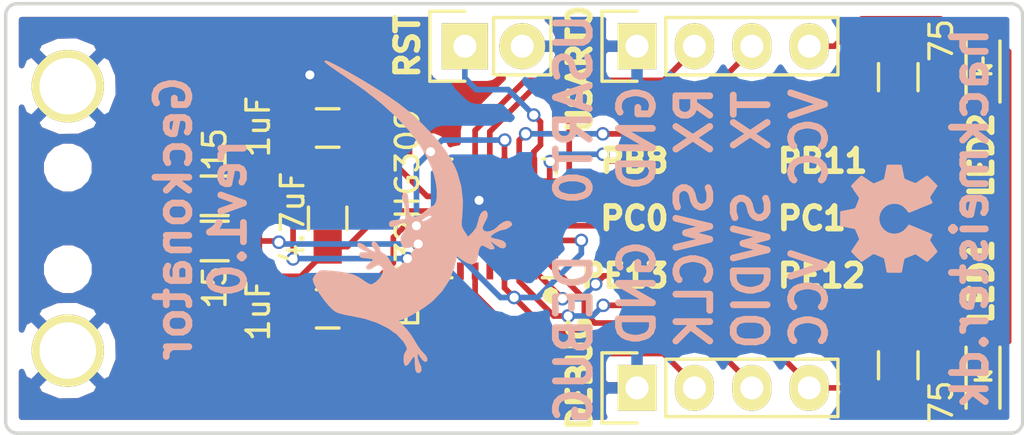
<source format=kicad_pcb>
(kicad_pcb (version 4) (host pcbnew "(2016-05-05 BZR 6775)-product")

  (general
    (links 45)
    (no_connects 0)
    (area 67.6425 65.8225 116.0925 89.3925)
    (thickness 1.6)
    (drawings 34)
    (tracks 199)
    (zones 0)
    (modules 17)
    (nets 24)
  )

  (page A4)
  (layers
    (0 F.Cu signal)
    (31 B.Cu signal)
    (32 B.Adhes user)
    (33 F.Adhes user)
    (34 B.Paste user)
    (35 F.Paste user)
    (36 B.SilkS user)
    (37 F.SilkS user)
    (38 B.Mask user)
    (39 F.Mask user)
    (40 Dwgs.User user hide)
    (41 Cmts.User user)
    (42 Eco1.User user)
    (43 Eco2.User user)
    (44 Edge.Cuts user)
    (45 Margin user)
    (46 B.CrtYd user)
    (47 F.CrtYd user)
    (48 B.Fab user)
    (49 F.Fab user)
  )

  (setup
    (last_trace_width 0.25)
    (trace_clearance 0.2)
    (zone_clearance 0.508)
    (zone_45_only no)
    (trace_min 0.2)
    (segment_width 0.2)
    (edge_width 0.15)
    (via_size 0.6)
    (via_drill 0.4)
    (via_min_size 0.4)
    (via_min_drill 0.3)
    (uvia_size 0.3)
    (uvia_drill 0.1)
    (uvias_allowed no)
    (uvia_min_size 0.2)
    (uvia_min_drill 0.1)
    (pcb_text_width 0.3)
    (pcb_text_size 1.5 1.5)
    (mod_edge_width 0.15)
    (mod_text_size 1 1)
    (mod_text_width 0.15)
    (pad_size 1.524 1.524)
    (pad_drill 0.762)
    (pad_to_mask_clearance 0.2)
    (aux_axis_origin 0 0)
    (grid_origin 70 79.5)
    (visible_elements FFFFFF7F)
    (pcbplotparams
      (layerselection 0x010f0_ffffffff)
      (usegerberextensions true)
      (excludeedgelayer true)
      (linewidth 0.100000)
      (plotframeref false)
      (viasonmask false)
      (mode 1)
      (useauxorigin false)
      (hpglpennumber 1)
      (hpglpenspeed 20)
      (hpglpendiameter 15)
      (psnegative false)
      (psa4output false)
      (plotreference true)
      (plotvalue true)
      (plotinvisibletext false)
      (padsonsilk false)
      (subtractmaskfromsilk false)
      (outputformat 1)
      (mirror false)
      (drillshape 0)
      (scaleselection 1)
      (outputdirectory Gerbers/))
  )

  (net 0 "")
  (net 1 GND)
  (net 2 /DEC)
  (net 3 +3V3)
  (net 4 /USB_5V)
  (net 5 /LEU0_RX)
  (net 6 /LEU0_TX)
  (net 7 /DBG_SWCLK)
  (net 8 /DBG_SWDIO)
  (net 9 /USB_D-)
  (net 10 /USB_D+)
  (net 11 /LED1)
  (net 12 "Net-(D1-Pad1)")
  (net 13 "Net-(D2-Pad1)")
  (net 14 /LED0)
  (net 15 /RUSB_D-)
  (net 16 /RUSB_D+)
  (net 17 "Net-(P4-Pad1)")
  (net 18 /PB8)
  (net 19 /PB11)
  (net 20 /PC0)
  (net 21 /PC1)
  (net 22 /PE13)
  (net 23 /PE12)

  (net_class Default "This is the default net class."
    (clearance 0.2)
    (trace_width 0.25)
    (via_dia 0.6)
    (via_drill 0.4)
    (uvia_dia 0.3)
    (uvia_drill 0.1)
    (add_net +3V3)
    (add_net /DBG_SWCLK)
    (add_net /DBG_SWDIO)
    (add_net /DEC)
    (add_net /LED0)
    (add_net /LED1)
    (add_net /LEU0_RX)
    (add_net /LEU0_TX)
    (add_net /PB11)
    (add_net /PB8)
    (add_net /PC0)
    (add_net /PC1)
    (add_net /PE12)
    (add_net /PE13)
    (add_net /RUSB_D+)
    (add_net /RUSB_D-)
    (add_net /USB_5V)
    (add_net /USB_D+)
    (add_net /USB_D-)
    (add_net GND)
    (add_net "Net-(D1-Pad1)")
    (add_net "Net-(D2-Pad1)")
    (add_net "Net-(P4-Pad1)")
  )

  (module Connectors:Molex_0480372200_USB-A_PCB_Male_NO_SLOT (layer F.Cu) (tedit 587AA09C) (tstamp 587A5C05)
    (at 70 79.5 270)
    (path /587A59FD)
    (fp_text reference P3 (at 8.8 -2.7) (layer F.SilkS) hide
      (effects (font (size 1 1) (thickness 0.15)))
    )
    (fp_text value USB_A (at 0 1.4 270) (layer F.Fab) hide
      (effects (font (size 1 1) (thickness 0.15)))
    )
    (pad 1 smd rect (at 3.5 -5.35 270) (size 1.2 2) (layers F.Cu F.Paste F.Mask)
      (net 4 /USB_5V))
    (pad 2 smd rect (at 1 -5.35 270) (size 1.2 2) (layers F.Cu F.Paste F.Mask)
      (net 9 /USB_D-))
    (pad 3 smd rect (at -1 -5.35 270) (size 1.2 2) (layers F.Cu F.Paste F.Mask)
      (net 10 /USB_D+))
    (pad 4 smd rect (at -3.5 -5.35 270) (size 1.2 2) (layers F.Cu F.Paste F.Mask)
      (net 1 GND))
    (pad 5 thru_hole circle (at 5.85 -2.75 270) (size 3.2 3.2) (drill 2.5) (layers *.Cu *.Mask F.SilkS)
      (net 1 GND))
    (pad 5 thru_hole circle (at -5.85 -2.75 270) (size 3.2 3.2) (drill 2.5) (layers *.Cu *.Mask F.SilkS)
      (net 1 GND))
    (pad "" np_thru_hole circle (at 2.25 -2.75 270) (size 1.1 1.1) (drill 1.1) (layers *.Cu *.Mask F.SilkS))
    (pad "" np_thru_hole circle (at -2.25 -2.75 270) (size 1.1 1.1) (drill 1.1) (layers *.Cu *.Mask F.SilkS))
    (model /Users/tf/Documents/Libraries/KiCad_flummer.net/Connectors.3dshapes/480372200.wrl
      (at (xyz 0 -0.214 -0.01))
      (scale (xyz 0.3937 0.3937 0.3937))
      (rotate (xyz -90 0 0))
    )
  )

  (module Housings_DFN_QFN:QFN-24-1EP_5x5mm_Pitch0.65mm (layer F.Cu) (tedit 587A79C5) (tstamp 587A5C3D)
    (at 91.75 79.5 180)
    (descr "UH Package; 24-Lead Plastic QFN (5mm x 5mm); (see Linear Technology (UH24) QFN 05-08-1747 Rev A.pdf)")
    (tags "QFN 0.65")
    (path /5798B6D7)
    (attr smd)
    (fp_text reference U1 (at 0 -3.7 180) (layer F.SilkS) hide
      (effects (font (size 1 1) (thickness 0.15)))
    )
    (fp_text value EFM32HG309 (at 3.97 0 270) (layer F.SilkS)
      (effects (font (size 1 1) (thickness 0.15)))
    )
    (fp_line (start -2.95 -2.95) (end -2.95 2.95) (layer F.CrtYd) (width 0.05))
    (fp_line (start 2.95 -2.95) (end 2.95 2.95) (layer F.CrtYd) (width 0.05))
    (fp_line (start -2.95 -2.95) (end 2.95 -2.95) (layer F.CrtYd) (width 0.05))
    (fp_line (start -2.95 2.95) (end 2.95 2.95) (layer F.CrtYd) (width 0.05))
    (fp_line (start 2.625 -2.625) (end 2.625 -2) (layer F.SilkS) (width 0.15))
    (fp_line (start -2.625 2.625) (end -2.625 2) (layer F.SilkS) (width 0.15))
    (fp_line (start 2.625 2.625) (end 2.625 2) (layer F.SilkS) (width 0.15))
    (fp_line (start -2.625 -2.625) (end -2 -2.625) (layer F.SilkS) (width 0.15))
    (fp_line (start -2.625 2.625) (end -2 2.625) (layer F.SilkS) (width 0.15))
    (fp_line (start 2.625 2.625) (end 2 2.625) (layer F.SilkS) (width 0.15))
    (fp_line (start 2.625 -2.625) (end 2 -2.625) (layer F.SilkS) (width 0.15))
    (pad 1 smd rect (at -2.325 -1.625 180) (size 0.75 0.3) (layers F.Cu F.Paste F.Mask)
      (net 11 /LED1))
    (pad 2 smd rect (at -2.325 -0.975 180) (size 0.75 0.3) (layers F.Cu F.Paste F.Mask)
      (net 3 +3V3))
    (pad 3 smd rect (at -2.325 -0.325 180) (size 0.75 0.3) (layers F.Cu F.Paste F.Mask)
      (net 20 /PC0))
    (pad 4 smd rect (at -2.325 0.325 180) (size 0.75 0.3) (layers F.Cu F.Paste F.Mask)
      (net 21 /PC1))
    (pad 5 smd rect (at -2.325 0.975 180) (size 0.75 0.3) (layers F.Cu F.Paste F.Mask)
      (net 14 /LED0))
    (pad 6 smd rect (at -2.325 1.625 180) (size 0.75 0.3) (layers F.Cu F.Paste F.Mask)
      (net 18 /PB8))
    (pad 7 smd rect (at -1.625 2.325 270) (size 0.75 0.3) (layers F.Cu F.Paste F.Mask)
      (net 17 "Net-(P4-Pad1)"))
    (pad 8 smd rect (at -0.975 2.325 270) (size 0.75 0.3) (layers F.Cu F.Paste F.Mask)
      (net 19 /PB11))
    (pad 9 smd rect (at -0.325 2.325 270) (size 0.75 0.3) (layers F.Cu F.Paste F.Mask)
      (net 3 +3V3))
    (pad 10 smd rect (at 0.325 2.325 270) (size 0.75 0.3) (layers F.Cu F.Paste F.Mask)
      (net 6 /LEU0_TX))
    (pad 11 smd rect (at 0.975 2.325 270) (size 0.75 0.3) (layers F.Cu F.Paste F.Mask)
      (net 5 /LEU0_RX))
    (pad 12 smd rect (at 1.625 2.325 270) (size 0.75 0.3) (layers F.Cu F.Paste F.Mask)
      (net 3 +3V3))
    (pad 13 smd rect (at 2.325 1.625 180) (size 0.75 0.3) (layers F.Cu F.Paste F.Mask)
      (net 3 +3V3))
    (pad 14 smd rect (at 2.325 0.975 180) (size 0.75 0.3) (layers F.Cu F.Paste F.Mask)
      (net 2 /DEC))
    (pad 15 smd rect (at 2.325 0.325 180) (size 0.75 0.3) (layers F.Cu F.Paste F.Mask)
      (net 4 /USB_5V))
    (pad 16 smd rect (at 2.325 -0.325 180) (size 0.75 0.3) (layers F.Cu F.Paste F.Mask)
      (net 3 +3V3))
    (pad 17 smd rect (at 2.325 -0.975 180) (size 0.75 0.3) (layers F.Cu F.Paste F.Mask)
      (net 15 /RUSB_D-))
    (pad 18 smd rect (at 2.325 -1.625 180) (size 0.75 0.3) (layers F.Cu F.Paste F.Mask)
      (net 16 /RUSB_D+))
    (pad 19 smd rect (at 1.625 -2.325 270) (size 0.75 0.3) (layers F.Cu F.Paste F.Mask)
      (net 7 /DBG_SWCLK))
    (pad 20 smd rect (at 0.975 -2.325 270) (size 0.75 0.3) (layers F.Cu F.Paste F.Mask)
      (net 8 /DBG_SWDIO))
    (pad 21 smd rect (at 0.325 -2.325 270) (size 0.75 0.3) (layers F.Cu F.Paste F.Mask)
      (net 1 GND))
    (pad 22 smd rect (at -0.325 -2.325 270) (size 0.75 0.3) (layers F.Cu F.Paste F.Mask)
      (net 3 +3V3))
    (pad 23 smd rect (at -0.975 -2.325 270) (size 0.75 0.3) (layers F.Cu F.Paste F.Mask)
      (net 23 /PE12))
    (pad 24 smd rect (at -1.625 -2.325 270) (size 0.75 0.3) (layers F.Cu F.Paste F.Mask)
      (net 22 /PE13))
    (pad 25 smd rect (at 0.8 0.8 180) (size 1.6 1.6) (layers F.Cu F.Paste F.Mask)
      (net 1 GND) (solder_paste_margin_ratio -0.2))
    (pad 25 smd rect (at 0.8 -0.8 180) (size 1.6 1.6) (layers F.Cu F.Paste F.Mask)
      (net 1 GND) (solder_paste_margin_ratio -0.2))
    (pad 25 smd rect (at -0.8 0.8 180) (size 1.6 1.6) (layers F.Cu F.Paste F.Mask)
      (net 1 GND) (solder_paste_margin_ratio -0.2))
    (pad 25 smd rect (at -0.8 -0.8 180) (size 1.6 1.6) (layers F.Cu F.Paste F.Mask)
      (net 1 GND) (solder_paste_margin_ratio -0.2))
    (model Housings_DFN_QFN.3dshapes/QFN-24-1EP_5x5mm_Pitch0.65mm.wrl
      (at (xyz 0 0 0))
      (scale (xyz 1 1 1))
      (rotate (xyz 0 0 0))
    )
  )

  (module Capacitors_SMD:C_0805_HandSoldering (layer F.Cu) (tedit 587A798E) (tstamp 587A5DC8)
    (at 84.25 75.5)
    (descr "Capacitor SMD 0805, hand soldering")
    (tags "capacitor 0805")
    (path /5798BCD7)
    (attr smd)
    (fp_text reference C1 (at 0 -2.1) (layer F.SilkS) hide
      (effects (font (size 1 1) (thickness 0.15)))
    )
    (fp_text value 1uF (at -3.074 -0.064 90) (layer F.SilkS)
      (effects (font (size 1 1) (thickness 0.15)))
    )
    (fp_line (start -2.3 -1) (end 2.3 -1) (layer F.CrtYd) (width 0.05))
    (fp_line (start -2.3 1) (end 2.3 1) (layer F.CrtYd) (width 0.05))
    (fp_line (start -2.3 -1) (end -2.3 1) (layer F.CrtYd) (width 0.05))
    (fp_line (start 2.3 -1) (end 2.3 1) (layer F.CrtYd) (width 0.05))
    (fp_line (start 0.5 -0.85) (end -0.5 -0.85) (layer F.SilkS) (width 0.15))
    (fp_line (start -0.5 0.85) (end 0.5 0.85) (layer F.SilkS) (width 0.15))
    (pad 1 smd rect (at -1.25 0) (size 1.5 1.25) (layers F.Cu F.Paste F.Mask)
      (net 1 GND))
    (pad 2 smd rect (at 1.25 0) (size 1.5 1.25) (layers F.Cu F.Paste F.Mask)
      (net 2 /DEC))
    (model Capacitors_SMD.3dshapes/C_0805_HandSoldering.wrl
      (at (xyz 0 0 0))
      (scale (xyz 1 1 1))
      (rotate (xyz 0 0 0))
    )
  )

  (module Capacitors_SMD:C_0805_HandSoldering (layer F.Cu) (tedit 587A799F) (tstamp 587A5DCD)
    (at 84.25 83.5 180)
    (descr "Capacitor SMD 0805, hand soldering")
    (tags "capacitor 0805")
    (path /5798B89B)
    (attr smd)
    (fp_text reference C2 (at 0 -2.1 180) (layer F.SilkS) hide
      (effects (font (size 1 1) (thickness 0.15)))
    )
    (fp_text value 1uF (at 3.074 -0.064 270) (layer F.SilkS)
      (effects (font (size 1 1) (thickness 0.15)))
    )
    (fp_line (start -2.3 -1) (end 2.3 -1) (layer F.CrtYd) (width 0.05))
    (fp_line (start -2.3 1) (end 2.3 1) (layer F.CrtYd) (width 0.05))
    (fp_line (start -2.3 -1) (end -2.3 1) (layer F.CrtYd) (width 0.05))
    (fp_line (start 2.3 -1) (end 2.3 1) (layer F.CrtYd) (width 0.05))
    (fp_line (start 0.5 -0.85) (end -0.5 -0.85) (layer F.SilkS) (width 0.15))
    (fp_line (start -0.5 0.85) (end 0.5 0.85) (layer F.SilkS) (width 0.15))
    (pad 1 smd rect (at -1.25 0 180) (size 1.5 1.25) (layers F.Cu F.Paste F.Mask)
      (net 3 +3V3))
    (pad 2 smd rect (at 1.25 0 180) (size 1.5 1.25) (layers F.Cu F.Paste F.Mask)
      (net 1 GND))
    (model Capacitors_SMD.3dshapes/C_0805_HandSoldering.wrl
      (at (xyz 0 0 0))
      (scale (xyz 1 1 1))
      (rotate (xyz 0 0 0))
    )
  )

  (module Capacitors_SMD:C_0805_HandSoldering (layer F.Cu) (tedit 587A796D) (tstamp 587A5DD2)
    (at 84.25 79.5 90)
    (descr "Capacitor SMD 0805, hand soldering")
    (tags "capacitor 0805")
    (path /5798BA32)
    (attr smd)
    (fp_text reference C3 (at 0 -2.1 90) (layer F.SilkS) hide
      (effects (font (size 1 1) (thickness 0.15)))
    )
    (fp_text value 4.7uF (at 0 -1.55 90) (layer F.SilkS)
      (effects (font (size 1 1) (thickness 0.15)))
    )
    (fp_line (start -2.3 -1) (end 2.3 -1) (layer F.CrtYd) (width 0.05))
    (fp_line (start -2.3 1) (end 2.3 1) (layer F.CrtYd) (width 0.05))
    (fp_line (start -2.3 -1) (end -2.3 1) (layer F.CrtYd) (width 0.05))
    (fp_line (start 2.3 -1) (end 2.3 1) (layer F.CrtYd) (width 0.05))
    (fp_line (start 0.5 -0.85) (end -0.5 -0.85) (layer F.SilkS) (width 0.15))
    (fp_line (start -0.5 0.85) (end 0.5 0.85) (layer F.SilkS) (width 0.15))
    (pad 1 smd rect (at -1.25 0 90) (size 1.5 1.25) (layers F.Cu F.Paste F.Mask)
      (net 4 /USB_5V))
    (pad 2 smd rect (at 1.25 0 90) (size 1.5 1.25) (layers F.Cu F.Paste F.Mask)
      (net 1 GND))
    (model Capacitors_SMD.3dshapes/C_0805_HandSoldering.wrl
      (at (xyz 0 0 0))
      (scale (xyz 1 1 1))
      (rotate (xyz 0 0 0))
    )
  )

  (module LEDs:LED_0805 (layer F.Cu) (tedit 587A7A13) (tstamp 587A5DDC)
    (at 113.25 86.29902 90)
    (descr "LED 0805 smd package")
    (tags "LED 0805 SMD")
    (path /5798F0D5)
    (attr smd)
    (fp_text reference D1 (at 0 -1.75 90) (layer F.SilkS) hide
      (effects (font (size 1 1) (thickness 0.15)))
    )
    (fp_text value LED (at 0 1.75 90) (layer F.Fab) hide
      (effects (font (size 1 1) (thickness 0.15)))
    )
    (fp_line (start -1.6 0.75) (end 1.1 0.75) (layer F.SilkS) (width 0.15))
    (fp_line (start -1.6 -0.75) (end 1.1 -0.75) (layer F.SilkS) (width 0.15))
    (fp_line (start -0.1 0.15) (end -0.1 -0.1) (layer F.SilkS) (width 0.15))
    (fp_line (start -0.1 -0.1) (end -0.25 0.05) (layer F.SilkS) (width 0.15))
    (fp_line (start -0.35 -0.35) (end -0.35 0.35) (layer F.SilkS) (width 0.15))
    (fp_line (start 0 0) (end 0.35 0) (layer F.SilkS) (width 0.15))
    (fp_line (start -0.35 0) (end 0 -0.35) (layer F.SilkS) (width 0.15))
    (fp_line (start 0 -0.35) (end 0 0.35) (layer F.SilkS) (width 0.15))
    (fp_line (start 0 0.35) (end -0.35 0) (layer F.SilkS) (width 0.15))
    (fp_line (start 1.9 -0.95) (end 1.9 0.95) (layer F.CrtYd) (width 0.05))
    (fp_line (start 1.9 0.95) (end -1.9 0.95) (layer F.CrtYd) (width 0.05))
    (fp_line (start -1.9 0.95) (end -1.9 -0.95) (layer F.CrtYd) (width 0.05))
    (fp_line (start -1.9 -0.95) (end 1.9 -0.95) (layer F.CrtYd) (width 0.05))
    (pad 2 smd rect (at 1.04902 0 270) (size 1.19888 1.19888) (layers F.Cu F.Paste F.Mask)
      (net 3 +3V3))
    (pad 1 smd rect (at -1.04902 0 270) (size 1.19888 1.19888) (layers F.Cu F.Paste F.Mask)
      (net 12 "Net-(D1-Pad1)"))
    (model LEDs.3dshapes/LED_0805.wrl
      (at (xyz 0 0 0))
      (scale (xyz 1 1 1))
      (rotate (xyz 0 0 0))
    )
  )

  (module LEDs:LED_0805 (layer F.Cu) (tedit 587A7A0F) (tstamp 587A5DE2)
    (at 113.25 72.75 90)
    (descr "LED 0805 smd package")
    (tags "LED 0805 SMD")
    (path /5798F173)
    (attr smd)
    (fp_text reference D2 (at 0 -1.75 90) (layer F.SilkS) hide
      (effects (font (size 1 1) (thickness 0.15)))
    )
    (fp_text value LED (at 0 1.75 90) (layer F.Fab) hide
      (effects (font (size 1 1) (thickness 0.15)))
    )
    (fp_line (start -1.6 0.75) (end 1.1 0.75) (layer F.SilkS) (width 0.15))
    (fp_line (start -1.6 -0.75) (end 1.1 -0.75) (layer F.SilkS) (width 0.15))
    (fp_line (start -0.1 0.15) (end -0.1 -0.1) (layer F.SilkS) (width 0.15))
    (fp_line (start -0.1 -0.1) (end -0.25 0.05) (layer F.SilkS) (width 0.15))
    (fp_line (start -0.35 -0.35) (end -0.35 0.35) (layer F.SilkS) (width 0.15))
    (fp_line (start 0 0) (end 0.35 0) (layer F.SilkS) (width 0.15))
    (fp_line (start -0.35 0) (end 0 -0.35) (layer F.SilkS) (width 0.15))
    (fp_line (start 0 -0.35) (end 0 0.35) (layer F.SilkS) (width 0.15))
    (fp_line (start 0 0.35) (end -0.35 0) (layer F.SilkS) (width 0.15))
    (fp_line (start 1.9 -0.95) (end 1.9 0.95) (layer F.CrtYd) (width 0.05))
    (fp_line (start 1.9 0.95) (end -1.9 0.95) (layer F.CrtYd) (width 0.05))
    (fp_line (start -1.9 0.95) (end -1.9 -0.95) (layer F.CrtYd) (width 0.05))
    (fp_line (start -1.9 -0.95) (end 1.9 -0.95) (layer F.CrtYd) (width 0.05))
    (pad 2 smd rect (at 1.04902 0 270) (size 1.19888 1.19888) (layers F.Cu F.Paste F.Mask)
      (net 3 +3V3))
    (pad 1 smd rect (at -1.04902 0 270) (size 1.19888 1.19888) (layers F.Cu F.Paste F.Mask)
      (net 13 "Net-(D2-Pad1)"))
    (model LEDs.3dshapes/LED_0805.wrl
      (at (xyz 0 0 0))
      (scale (xyz 1 1 1))
      (rotate (xyz 0 0 0))
    )
  )

  (module Socket_Strips:Socket_Strip_Straight_1x04 (layer F.Cu) (tedit 587A98C9) (tstamp 587A5DE3)
    (at 97.94 71.88)
    (descr "Through hole socket strip")
    (tags "socket strip")
    (path /5798FD61)
    (fp_text reference P1 (at 0 -5.1) (layer F.SilkS) hide
      (effects (font (size 1 1) (thickness 0.15)))
    )
    (fp_text value USART0 (at -2.54 1.016 90) (layer F.SilkS)
      (effects (font (size 1 1) (thickness 0.25)))
    )
    (fp_line (start -1.75 -1.75) (end -1.75 1.75) (layer F.CrtYd) (width 0.05))
    (fp_line (start 9.4 -1.75) (end 9.4 1.75) (layer F.CrtYd) (width 0.05))
    (fp_line (start -1.75 -1.75) (end 9.4 -1.75) (layer F.CrtYd) (width 0.05))
    (fp_line (start -1.75 1.75) (end 9.4 1.75) (layer F.CrtYd) (width 0.05))
    (fp_line (start 1.27 -1.27) (end 8.89 -1.27) (layer F.SilkS) (width 0.15))
    (fp_line (start 1.27 1.27) (end 8.89 1.27) (layer F.SilkS) (width 0.15))
    (fp_line (start -1.55 1.55) (end 0 1.55) (layer F.SilkS) (width 0.15))
    (fp_line (start 8.89 -1.27) (end 8.89 1.27) (layer F.SilkS) (width 0.15))
    (fp_line (start 1.27 1.27) (end 1.27 -1.27) (layer F.SilkS) (width 0.15))
    (fp_line (start 0 -1.55) (end -1.55 -1.55) (layer F.SilkS) (width 0.15))
    (fp_line (start -1.55 -1.55) (end -1.55 1.55) (layer F.SilkS) (width 0.15))
    (pad 1 thru_hole rect (at 0 0) (size 1.7272 2.032) (drill 1.016) (layers *.Cu *.Mask F.SilkS)
      (net 1 GND))
    (pad 2 thru_hole oval (at 2.54 0) (size 1.7272 2.032) (drill 1.016) (layers *.Cu *.Mask F.SilkS)
      (net 5 /LEU0_RX))
    (pad 3 thru_hole oval (at 5.08 0) (size 1.7272 2.032) (drill 1.016) (layers *.Cu *.Mask F.SilkS)
      (net 6 /LEU0_TX))
    (pad 4 thru_hole oval (at 7.62 0) (size 1.7272 2.032) (drill 1.016) (layers *.Cu *.Mask F.SilkS)
      (net 3 +3V3))
    (model Socket_Strips.3dshapes/Socket_Strip_Straight_1x04.wrl
      (at (xyz 0.15 0 0))
      (scale (xyz 1 1 1))
      (rotate (xyz 0 0 180))
    )
  )

  (module Socket_Strips:Socket_Strip_Straight_1x04 (layer F.Cu) (tedit 587A98D2) (tstamp 587A5DEA)
    (at 97.94 87)
    (descr "Through hole socket strip")
    (tags "socket strip")
    (path /5798E965)
    (fp_text reference P2 (at 0 -4.706) (layer F.SilkS) hide
      (effects (font (size 1 1) (thickness 0.15)))
    )
    (fp_text value DEBUG (at -2.54 -0.642 90) (layer F.SilkS)
      (effects (font (size 1 1) (thickness 0.25)))
    )
    (fp_line (start -1.75 -1.75) (end -1.75 1.75) (layer F.CrtYd) (width 0.05))
    (fp_line (start 9.4 -1.75) (end 9.4 1.75) (layer F.CrtYd) (width 0.05))
    (fp_line (start -1.75 -1.75) (end 9.4 -1.75) (layer F.CrtYd) (width 0.05))
    (fp_line (start -1.75 1.75) (end 9.4 1.75) (layer F.CrtYd) (width 0.05))
    (fp_line (start 1.27 -1.27) (end 8.89 -1.27) (layer F.SilkS) (width 0.15))
    (fp_line (start 1.27 1.27) (end 8.89 1.27) (layer F.SilkS) (width 0.15))
    (fp_line (start -1.55 1.55) (end 0 1.55) (layer F.SilkS) (width 0.15))
    (fp_line (start 8.89 -1.27) (end 8.89 1.27) (layer F.SilkS) (width 0.15))
    (fp_line (start 1.27 1.27) (end 1.27 -1.27) (layer F.SilkS) (width 0.15))
    (fp_line (start 0 -1.55) (end -1.55 -1.55) (layer F.SilkS) (width 0.15))
    (fp_line (start -1.55 -1.55) (end -1.55 1.55) (layer F.SilkS) (width 0.15))
    (pad 1 thru_hole rect (at 0 0) (size 1.7272 2.032) (drill 1.016) (layers *.Cu *.Mask F.SilkS)
      (net 1 GND))
    (pad 2 thru_hole oval (at 2.54 0) (size 1.7272 2.032) (drill 1.016) (layers *.Cu *.Mask F.SilkS)
      (net 7 /DBG_SWCLK))
    (pad 3 thru_hole oval (at 5.08 0) (size 1.7272 2.032) (drill 1.016) (layers *.Cu *.Mask F.SilkS)
      (net 8 /DBG_SWDIO))
    (pad 4 thru_hole oval (at 7.62 0) (size 1.7272 2.032) (drill 1.016) (layers *.Cu *.Mask F.SilkS)
      (net 3 +3V3))
    (model Socket_Strips.3dshapes/Socket_Strip_Straight_1x04.wrl
      (at (xyz 0.15 0 0))
      (scale (xyz 1 1 1))
      (rotate (xyz 0 0 180))
    )
  )

  (module Resistors_SMD:R_0805_HandSoldering (layer F.Cu) (tedit 587A79F9) (tstamp 587A5DF1)
    (at 109.5 86 270)
    (descr "Resistor SMD 0805, hand soldering")
    (tags "resistor 0805")
    (path /5798F3FD)
    (attr smd)
    (fp_text reference R1 (at 0 -2.1 270) (layer F.SilkS) hide
      (effects (font (size 1 1) (thickness 0.15)))
    )
    (fp_text value 75 (at 1.628 -1.902 270) (layer F.SilkS)
      (effects (font (size 1 1) (thickness 0.15)))
    )
    (fp_line (start -2.4 -1) (end 2.4 -1) (layer F.CrtYd) (width 0.05))
    (fp_line (start -2.4 1) (end 2.4 1) (layer F.CrtYd) (width 0.05))
    (fp_line (start -2.4 -1) (end -2.4 1) (layer F.CrtYd) (width 0.05))
    (fp_line (start 2.4 -1) (end 2.4 1) (layer F.CrtYd) (width 0.05))
    (fp_line (start 0.6 0.875) (end -0.6 0.875) (layer F.SilkS) (width 0.15))
    (fp_line (start -0.6 -0.875) (end 0.6 -0.875) (layer F.SilkS) (width 0.15))
    (pad 1 smd rect (at -1.35 0 270) (size 1.5 1.3) (layers F.Cu F.Paste F.Mask)
      (net 11 /LED1))
    (pad 2 smd rect (at 1.35 0 270) (size 1.5 1.3) (layers F.Cu F.Paste F.Mask)
      (net 12 "Net-(D1-Pad1)"))
    (model Resistors_SMD.3dshapes/R_0805_HandSoldering.wrl
      (at (xyz 0 0 0))
      (scale (xyz 1 1 1))
      (rotate (xyz 0 0 0))
    )
  )

  (module Resistors_SMD:R_0805_HandSoldering (layer F.Cu) (tedit 587A7A0A) (tstamp 587A5DF6)
    (at 109.5 73.25 90)
    (descr "Resistor SMD 0805, hand soldering")
    (tags "resistor 0805")
    (path /5798F38A)
    (attr smd)
    (fp_text reference R2 (at 0 -2.1 90) (layer F.SilkS) hide
      (effects (font (size 1 1) (thickness 0.15)))
    )
    (fp_text value 75 (at 1.624 1.902 90) (layer F.SilkS)
      (effects (font (size 1 1) (thickness 0.15)))
    )
    (fp_line (start -2.4 -1) (end 2.4 -1) (layer F.CrtYd) (width 0.05))
    (fp_line (start -2.4 1) (end 2.4 1) (layer F.CrtYd) (width 0.05))
    (fp_line (start -2.4 -1) (end -2.4 1) (layer F.CrtYd) (width 0.05))
    (fp_line (start 2.4 -1) (end 2.4 1) (layer F.CrtYd) (width 0.05))
    (fp_line (start 0.6 0.875) (end -0.6 0.875) (layer F.SilkS) (width 0.15))
    (fp_line (start -0.6 -0.875) (end 0.6 -0.875) (layer F.SilkS) (width 0.15))
    (pad 1 smd rect (at -1.35 0 90) (size 1.5 1.3) (layers F.Cu F.Paste F.Mask)
      (net 13 "Net-(D2-Pad1)"))
    (pad 2 smd rect (at 1.35 0 90) (size 1.5 1.3) (layers F.Cu F.Paste F.Mask)
      (net 14 /LED0))
    (model Resistors_SMD.3dshapes/R_0805_HandSoldering.wrl
      (at (xyz 0 0 0))
      (scale (xyz 1 1 1))
      (rotate (xyz 0 0 0))
    )
  )

  (module Resistors_SMD:R_0805_HandSoldering (layer F.Cu) (tedit 587A79BE) (tstamp 587A5DFB)
    (at 79.25 80.5)
    (descr "Resistor SMD 0805, hand soldering")
    (tags "resistor 0805")
    (path /5798C3BC)
    (attr smd)
    (fp_text reference R3 (at 0 -2.1) (layer F.SilkS) hide
      (effects (font (size 1 1) (thickness 0.15)))
    )
    (fp_text value 15 (at 0 2.048 90) (layer F.SilkS)
      (effects (font (size 1 1) (thickness 0.15)))
    )
    (fp_line (start -2.4 -1) (end 2.4 -1) (layer F.CrtYd) (width 0.05))
    (fp_line (start -2.4 1) (end 2.4 1) (layer F.CrtYd) (width 0.05))
    (fp_line (start -2.4 -1) (end -2.4 1) (layer F.CrtYd) (width 0.05))
    (fp_line (start 2.4 -1) (end 2.4 1) (layer F.CrtYd) (width 0.05))
    (fp_line (start 0.6 0.875) (end -0.6 0.875) (layer F.SilkS) (width 0.15))
    (fp_line (start -0.6 -0.875) (end 0.6 -0.875) (layer F.SilkS) (width 0.15))
    (pad 1 smd rect (at -1.35 0) (size 1.5 1.3) (layers F.Cu F.Paste F.Mask)
      (net 9 /USB_D-))
    (pad 2 smd rect (at 1.35 0) (size 1.5 1.3) (layers F.Cu F.Paste F.Mask)
      (net 15 /RUSB_D-))
    (model Resistors_SMD.3dshapes/R_0805_HandSoldering.wrl
      (at (xyz 0 0 0))
      (scale (xyz 1 1 1))
      (rotate (xyz 0 0 0))
    )
  )

  (module Resistors_SMD:R_0805_HandSoldering (layer F.Cu) (tedit 587A79B6) (tstamp 587A5E00)
    (at 79.25 78.5)
    (descr "Resistor SMD 0805, hand soldering")
    (tags "resistor 0805")
    (path /5798C529)
    (attr smd)
    (fp_text reference R4 (at 0 -2.1) (layer F.SilkS) hide
      (effects (font (size 1 1) (thickness 0.15)))
    )
    (fp_text value 15 (at 0 -2.048 90) (layer F.SilkS)
      (effects (font (size 1 1) (thickness 0.15)))
    )
    (fp_line (start -2.4 -1) (end 2.4 -1) (layer F.CrtYd) (width 0.05))
    (fp_line (start -2.4 1) (end 2.4 1) (layer F.CrtYd) (width 0.05))
    (fp_line (start -2.4 -1) (end -2.4 1) (layer F.CrtYd) (width 0.05))
    (fp_line (start 2.4 -1) (end 2.4 1) (layer F.CrtYd) (width 0.05))
    (fp_line (start 0.6 0.875) (end -0.6 0.875) (layer F.SilkS) (width 0.15))
    (fp_line (start -0.6 -0.875) (end 0.6 -0.875) (layer F.SilkS) (width 0.15))
    (pad 1 smd rect (at -1.35 0) (size 1.5 1.3) (layers F.Cu F.Paste F.Mask)
      (net 10 /USB_D+))
    (pad 2 smd rect (at 1.35 0) (size 1.5 1.3) (layers F.Cu F.Paste F.Mask)
      (net 16 /RUSB_D+))
    (model Resistors_SMD.3dshapes/R_0805_HandSoldering.wrl
      (at (xyz 0 0 0))
      (scale (xyz 1 1 1))
      (rotate (xyz 0 0 0))
    )
  )

  (module Aesthetics:gecko-14mm (layer B.Cu) (tedit 0) (tstamp 587C5F2A)
    (at 88.034 79.5 270)
    (fp_text reference G*** (at 0 0 270) (layer B.SilkS) hide
      (effects (font (thickness 0.3)) (justify mirror))
    )
    (fp_text value LOGO (at 0.75 0 270) (layer B.SilkS) hide
      (effects (font (thickness 0.3)) (justify mirror))
    )
    (fp_poly (pts (xy 2.860694 4.403707) (xy 3.084505 4.293254) (xy 3.342278 4.133782) (xy 3.605847 3.945434)
      (xy 3.847042 3.748349) (xy 4.037693 3.562671) (xy 4.149633 3.40854) (xy 4.150185 3.407384)
      (xy 4.209658 3.23798) (xy 4.270273 2.994612) (xy 4.319043 2.72953) (xy 4.319603 2.725757)
      (xy 4.443308 2.129986) (xy 4.626214 1.587337) (xy 4.859654 1.113935) (xy 5.134959 0.725908)
      (xy 5.44346 0.439382) (xy 5.600512 0.34278) (xy 5.738762 0.282007) (xy 5.826174 0.288536)
      (xy 5.898156 0.342605) (xy 6.02296 0.401357) (xy 6.196237 0.425257) (xy 6.36953 0.414957)
      (xy 6.494384 0.371106) (xy 6.524445 0.334195) (xy 6.491236 0.256641) (xy 6.376746 0.156041)
      (xy 6.320557 0.119948) (xy 6.186697 0.030293) (xy 6.122243 -0.034578) (xy 6.122558 -0.047725)
      (xy 6.200243 -0.066219) (xy 6.357197 -0.07457) (xy 6.427396 -0.074229) (xy 6.680245 -0.091439)
      (xy 6.8199 -0.154442) (xy 6.843334 -0.261724) (xy 6.837495 -0.279341) (xy 6.745939 -0.365679)
      (xy 6.585304 -0.360109) (xy 6.4135 -0.28575) (xy 6.235943 -0.215789) (xy 6.096 -0.192987)
      (xy 6.000675 -0.196147) (xy 5.998336 -0.221533) (xy 6.09612 -0.287702) (xy 6.143625 -0.316804)
      (xy 6.277967 -0.422032) (xy 6.347386 -0.521964) (xy 6.35 -0.538816) (xy 6.308021 -0.621409)
      (xy 6.203506 -0.626161) (xy 6.068585 -0.559889) (xy 5.956009 -0.455213) (xy 5.820588 -0.33176)
      (xy 5.616724 -0.187279) (xy 5.410481 -0.065295) (xy 5.160013 0.09007) (xy 4.914248 0.277742)
      (xy 4.762366 0.42025) (xy 4.62931 0.553648) (xy 4.537396 0.624864) (xy 4.5085 0.622344)
      (xy 4.472828 0.475393) (xy 4.376592 0.255147) (xy 4.235961 -0.010489) (xy 4.067104 -0.293612)
      (xy 3.88619 -0.566318) (xy 3.709389 -0.800702) (xy 3.632387 -0.889606) (xy 3.197404 -1.298188)
      (xy 2.740335 -1.594945) (xy 2.236742 -1.795032) (xy 2.121475 -1.826521) (xy 1.675215 -1.93985)
      (xy 1.853607 -2.185866) (xy 1.988597 -2.422926) (xy 2.028043 -2.621129) (xy 1.969044 -2.763131)
      (xy 1.952625 -2.777648) (xy 1.842866 -2.824481) (xy 1.664849 -2.865456) (xy 1.600884 -2.874965)
      (xy 1.353781 -2.923106) (xy 1.224657 -2.995237) (xy 1.205344 -3.10067) (xy 1.280937 -3.239712)
      (xy 1.366161 -3.401229) (xy 1.373155 -3.526545) (xy 1.3351 -3.594219) (xy 1.272713 -3.588822)
      (xy 1.16541 -3.52397) (xy 0.998615 -3.414681) (xy 1.166057 -3.634209) (xy 1.297337 -3.847626)
      (xy 1.325917 -4.005074) (xy 1.250683 -4.099211) (xy 1.237441 -4.104847) (xy 1.103016 -4.099474)
      (xy 0.99569 -3.979288) (xy 0.924278 -3.755157) (xy 0.916652 -3.709557) (xy 0.879894 -3.541247)
      (xy 0.835782 -3.441122) (xy 0.817356 -3.429) (xy 0.743006 -3.48155) (xy 0.651106 -3.610053)
      (xy 0.566613 -3.770787) (xy 0.514487 -3.920031) (xy 0.508237 -3.970495) (xy 0.476065 -4.1062)
      (xy 0.400035 -4.251677) (xy 0.310248 -4.357458) (xy 0.258174 -4.3815) (xy 0.177979 -4.33831)
      (xy 0.130785 -4.290811) (xy 0.103806 -4.169153) (xy 0.153678 -4.002369) (xy 0.263938 -3.83148)
      (xy 0.34925 -3.7465) (xy 0.482975 -3.593622) (xy 0.561197 -3.421552) (xy 0.583219 -3.258669)
      (xy 0.548342 -3.133354) (xy 0.455869 -3.073986) (xy 0.365539 -3.083892) (xy 0.191818 -3.159064)
      (xy 0.096995 -3.215303) (xy -0.067112 -3.287423) (xy -0.224106 -3.29315) (xy -0.327853 -3.23276)
      (xy -0.338174 -3.212716) (xy -0.322748 -3.096669) (xy -0.20614 -2.987981) (xy -0.013704 -2.904841)
      (xy 0.134172 -2.873884) (xy 0.409495 -2.787119) (xy 0.609813 -2.63292) (xy 0.814425 -2.428308)
      (xy 0.575793 -2.272071) (xy 0.438559 -2.190086) (xy 0.317442 -2.149494) (xy 0.167691 -2.143664)
      (xy -0.055442 -2.165966) (xy -0.101294 -2.171747) (xy -0.76336 -2.201279) (xy -1.418444 -2.126187)
      (xy -2.034135 -1.951427) (xy -2.302837 -1.835219) (xy -2.676532 -1.638095) (xy -3.018402 -1.422239)
      (xy -3.355489 -1.167153) (xy -3.714838 -0.85234) (xy -4.123491 -0.457303) (xy -4.131802 -0.448994)
      (xy -4.490238 -0.078137) (xy -4.79361 0.267533) (xy -5.075703 0.629664) (xy -5.370301 1.049901)
      (xy -5.474746 1.2065) (xy -5.682134 1.52841) (xy -5.90308 1.885244) (xy -6.127533 2.259257)
      (xy -6.345439 2.632705) (xy -6.546746 2.987843) (xy -6.721403 3.306926) (xy -6.859358 3.572212)
      (xy -6.950557 3.765954) (xy -6.984949 3.870408) (xy -6.985 3.872445) (xy -6.973086 3.924268)
      (xy -6.932279 3.915298) (xy -6.854987 3.836377) (xy -6.733616 3.678347) (xy -6.560573 3.432054)
      (xy -6.328264 3.088339) (xy -6.30131 3.048) (xy -5.682789 2.166105) (xy -5.082227 1.402474)
      (xy -4.493019 0.750772) (xy -3.908559 0.204662) (xy -3.322238 -0.242192) (xy -2.727452 -0.596127)
      (xy -2.293763 -0.795557) (xy -1.931514 -0.920307) (xy -1.571371 -1.004531) (xy -1.234573 -1.047431)
      (xy -0.942359 -1.048204) (xy -0.715969 -1.006051) (xy -0.576642 -0.920171) (xy -0.546466 -0.861397)
      (xy -0.487519 -0.744379) (xy -0.127 -0.744379) (xy -0.103907 -0.820848) (xy -0.0436 -0.790583)
      (xy 0.04046 -0.6633) (xy 0.071344 -0.601182) (xy 0.124783 -0.461909) (xy 0.131091 -0.385809)
      (xy 0.12257 -0.381) (xy 0.046757 -0.430946) (xy -0.042903 -0.546439) (xy -0.111026 -0.675953)
      (xy -0.127 -0.744379) (xy -0.487519 -0.744379) (xy -0.482417 -0.734251) (xy -0.35984 -0.570747)
      (xy -0.287416 -0.490853) (xy -0.118066 -0.262785) (xy -0.064777 -0.051714) (xy -0.113951 0.108061)
      (xy -0.201967 0.150911) (xy -0.38948 0.184493) (xy -0.63618 0.203311) (xy -0.885966 0.218207)
      (xy -1.034765 0.242751) (xy -1.108558 0.28378) (xy -1.131145 0.333568) (xy -1.106742 0.444281)
      (xy -0.997961 0.489334) (xy -0.832487 0.462823) (xy -0.732767 0.418547) (xy -0.461965 0.335485)
      (xy -0.248933 0.329196) (xy 0.03175 0.34925) (xy 0.0635 0.6985) (xy 0.088879 0.902847)
      (xy 0.127399 1.012293) (xy 0.19422 1.058924) (xy 0.238125 1.068042) (xy 0.351039 1.042999)
      (xy 0.381179 0.931349) (xy 0.32728 0.743877) (xy 0.286141 0.658134) (xy 0.201426 0.446421)
      (xy 0.207244 0.32146) (xy 0.297417 0.288993) (xy 0.465768 0.354765) (xy 0.553366 0.409698)
      (xy 0.810218 0.537952) (xy 1.0396 0.562706) (xy 1.222059 0.482329) (xy 1.238307 0.467122)
      (xy 1.303994 0.354922) (xy 1.300875 0.197788) (xy 1.228321 -0.034723) (xy 1.227954 -0.035682)
      (xy 1.210491 -0.101719) (xy 1.249232 -0.103228) (xy 1.368275 -0.038731) (xy 1.390421 -0.025706)
      (xy 1.555157 0.087244) (xy 1.744496 0.240227) (xy 1.932008 0.408605) (xy 2.091268 0.567743)
      (xy 2.195847 0.693005) (xy 2.2225 0.74998) (xy 2.170958 0.819281) (xy 2.037793 0.919667)
      (xy 1.903745 1.000144) (xy 1.697541 1.136059) (xy 1.570784 1.267852) (xy 1.547611 1.317625)
      (xy 1.478506 1.429149) (xy 1.404245 1.4605) (xy 1.259899 1.499881) (xy 1.117751 1.593586)
      (xy 1.026985 1.704958) (xy 1.016 1.749851) (xy 1.061347 1.826657) (xy 1.171484 1.831662)
      (xy 1.307552 1.766459) (xy 1.344374 1.736409) (xy 1.436897 1.674553) (xy 1.469225 1.699173)
      (xy 1.446596 1.787897) (xy 1.374249 1.918355) (xy 1.27 2.054049) (xy 1.141416 2.229075)
      (xy 1.084173 2.369311) (xy 1.102685 2.453693) (xy 1.183818 2.465282) (xy 1.265147 2.431018)
      (xy 1.334545 2.345534) (xy 1.413194 2.179079) (xy 1.447099 2.0955) (xy 1.488305 2.001002)
      (xy 1.503699 2.011551) (xy 1.502057 2.137447) (xy 1.501204 2.159) (xy 1.50811 2.311134)
      (xy 1.557826 2.373064) (xy 1.61925 2.38125) (xy 1.698846 2.360897) (xy 1.742039 2.279108)
      (xy 1.763915 2.104791) (xy 1.765604 2.079625) (xy 1.783499 1.903759) (xy 1.807292 1.795057)
      (xy 1.819965 1.778) (xy 1.879348 1.822634) (xy 1.975024 1.930654) (xy 1.979844 1.93675)
      (xy 2.110553 2.068092) (xy 2.2059 2.08061) (xy 2.264276 1.99702) (xy 2.250408 1.882217)
      (xy 2.161593 1.749011) (xy 2.070686 1.587278) (xy 2.093377 1.445459) (xy 2.216628 1.353069)
      (xy 2.345156 1.333501) (xy 2.496599 1.381544) (xy 2.66673 1.501525) (xy 2.817016 1.657213)
      (xy 2.908927 1.812383) (xy 2.921 1.874911) (xy 2.884534 1.973794) (xy 2.790648 2.130381)
      (xy 2.703546 2.252281) (xy 2.577323 2.446001) (xy 2.481697 2.667443) (xy 2.409512 2.942618)
      (xy 2.35361 3.297537) (xy 2.31512 3.663892) (xy 2.296624 3.904959) (xy 2.29993 4.057522)
      (xy 2.332378 4.159253) (xy 2.401307 4.247822) (xy 2.435743 4.283017) (xy 2.571004 4.391848)
      (xy 2.687988 4.444178) (xy 2.699017 4.445) (xy 2.860694 4.403707)) (layer B.SilkS) (width 0.01))
  )

  (module Aesthetics:oshw_logo_5.0mm (layer B.Cu) (tedit 0) (tstamp 587C6A69)
    (at 109.116 79.5 270)
    (fp_text reference G*** (at 0 0 270) (layer B.SilkS) hide
      (effects (font (thickness 0.3)) (justify mirror))
    )
    (fp_text value LOGO (at 0.75 0 270) (layer B.SilkS) hide
      (effects (font (thickness 0.3)) (justify mirror))
    )
    (fp_poly (pts (xy 0.111434 2.184355) (xy 0.186793 2.184044) (xy 0.242845 2.1832) (xy 0.282638 2.181562)
      (xy 0.309217 2.178862) (xy 0.32563 2.174838) (xy 0.334924 2.169224) (xy 0.340145 2.161756)
      (xy 0.342779 2.155825) (xy 0.348476 2.135392) (xy 0.357787 2.093937) (xy 0.369897 2.035449)
      (xy 0.38399 1.963918) (xy 0.399253 1.883334) (xy 0.406863 1.842018) (xy 0.422263 1.759231)
      (xy 0.436763 1.684265) (xy 0.449583 1.620932) (xy 0.459938 1.573044) (xy 0.467047 1.544413)
      (xy 0.469168 1.538459) (xy 0.483098 1.52899) (xy 0.516094 1.512159) (xy 0.563589 1.489913)
      (xy 0.621018 1.464204) (xy 0.683814 1.436979) (xy 0.747411 1.410187) (xy 0.807244 1.385778)
      (xy 0.858745 1.365701) (xy 0.89735 1.351904) (xy 0.918492 1.346337) (xy 0.919335 1.346306)
      (xy 0.933315 1.353246) (xy 0.965159 1.372703) (xy 1.011855 1.40272) (xy 1.070396 1.441341)
      (xy 1.137771 1.486607) (xy 1.19282 1.524106) (xy 1.264862 1.573094) (xy 1.330329 1.616911)
      (xy 1.386217 1.653602) (xy 1.429519 1.681213) (xy 1.45723 1.697787) (xy 1.466006 1.7018)
      (xy 1.479604 1.693044) (xy 1.507576 1.6688) (xy 1.546921 1.632111) (xy 1.594637 1.586018)
      (xy 1.647723 1.533561) (xy 1.703177 1.477781) (xy 1.757999 1.42172) (xy 1.809186 1.368417)
      (xy 1.853739 1.320915) (xy 1.888655 1.282254) (xy 1.910932 1.255474) (xy 1.9177 1.244142)
      (xy 1.911874 1.228015) (xy 1.894027 1.196072) (xy 1.863601 1.147457) (xy 1.820038 1.081315)
      (xy 1.762781 0.99679) (xy 1.691274 0.893026) (xy 1.655996 0.842266) (xy 1.623255 0.793649)
      (xy 1.596832 0.751357) (xy 1.579741 0.720415) (xy 1.5748 0.706875) (xy 1.579603 0.69071)
      (xy 1.592737 0.655838) (xy 1.612286 0.606797) (xy 1.636336 0.548123) (xy 1.662972 0.484351)
      (xy 1.690279 0.420019) (xy 1.716341 0.359662) (xy 1.739245 0.307816) (xy 1.757076 0.269018)
      (xy 1.767917 0.247804) (xy 1.769553 0.245513) (xy 1.78339 0.241411) (xy 1.818662 0.23346)
      (xy 1.87182 0.222389) (xy 1.939314 0.208926) (xy 2.017597 0.193798) (xy 2.070506 0.183805)
      (xy 2.154519 0.167934) (xy 2.230703 0.15327) (xy 2.295334 0.140553) (xy 2.344685 0.130522)
      (xy 2.37503 0.123916) (xy 2.382579 0.121898) (xy 2.388157 0.115705) (xy 2.392479 0.100135)
      (xy 2.39569 0.072502) (xy 2.397933 0.030121) (xy 2.399353 -0.029695) (xy 2.400094 -0.109632)
      (xy 2.400299 -0.208295) (xy 2.400181 -0.307636) (xy 2.399695 -0.384513) (xy 2.398643 -0.441858)
      (xy 2.396827 -0.482607) (xy 2.394051 -0.509695) (xy 2.390115 -0.526055) (xy 2.384824 -0.534622)
      (xy 2.378075 -0.538302) (xy 2.356063 -0.543413) (xy 2.3161 -0.551457) (xy 2.265258 -0.561034)
      (xy 2.24155 -0.565321) (xy 2.117801 -0.587681) (xy 2.017073 -0.606531) (xy 1.937298 -0.622335)
      (xy 1.876409 -0.635557) (xy 1.832339 -0.646661) (xy 1.80302 -0.65611) (xy 1.786385 -0.664369)
      (xy 1.782009 -0.668416) (xy 1.773299 -0.685233) (xy 1.757362 -0.720782) (xy 1.736022 -0.770589)
      (xy 1.711098 -0.830178) (xy 1.684411 -0.895074) (xy 1.657782 -0.960802) (xy 1.633034 -1.022887)
      (xy 1.611985 -1.076853) (xy 1.596458 -1.118224) (xy 1.588274 -1.142527) (xy 1.587464 -1.146526)
      (xy 1.594376 -1.159384) (xy 1.613738 -1.190038) (xy 1.64352 -1.235412) (xy 1.68169 -1.292432)
      (xy 1.726219 -1.358026) (xy 1.7526 -1.39652) (xy 1.799945 -1.46637) (xy 1.841988 -1.530297)
      (xy 1.876672 -1.585018) (xy 1.901942 -1.627248) (xy 1.91574 -1.653704) (xy 1.9177 -1.660169)
      (xy 1.908866 -1.675936) (xy 1.88377 -1.706928) (xy 1.844515 -1.750828) (xy 1.79321 -1.805319)
      (xy 1.731957 -1.868083) (xy 1.696686 -1.903408) (xy 1.62769 -1.971797) (xy 1.574215 -2.024081)
      (xy 1.5339 -2.062192) (xy 1.504384 -2.088064) (xy 1.483305 -2.103629) (xy 1.468303 -2.110821)
      (xy 1.457016 -2.111572) (xy 1.447084 -2.107817) (xy 1.447038 -2.107792) (xy 1.428193 -2.096148)
      (xy 1.392068 -2.072462) (xy 1.342264 -2.039149) (xy 1.282386 -1.998622) (xy 1.216038 -1.953298)
      (xy 1.198983 -1.941583) (xy 1.132693 -1.896504) (xy 1.072898 -1.856798) (xy 1.022937 -1.824603)
      (xy 0.986146 -1.80206) (xy 0.965865 -1.791307) (xy 0.963542 -1.7907) (xy 0.946001 -1.796249)
      (xy 0.911705 -1.811191) (xy 0.86631 -1.832967) (xy 0.834429 -1.849109) (xy 0.783464 -1.873833)
      (xy 0.742639 -1.890544) (xy 0.716612 -1.89747) (xy 0.710212 -1.896392) (xy 0.702727 -1.882253)
      (xy 0.686899 -1.847593) (xy 0.664015 -1.795395) (xy 0.635363 -1.728639) (xy 0.602229 -1.650309)
      (xy 0.565901 -1.563387) (xy 0.552058 -1.530007) (xy 0.511417 -1.43187) (xy 0.470535 -1.333258)
      (xy 0.431366 -1.238881) (xy 0.395866 -1.153449) (xy 0.365992 -1.081672) (xy 0.343698 -1.028257)
      (xy 0.342215 -1.024713) (xy 0.318446 -0.96666) (xy 0.298801 -0.91624) (xy 0.285174 -0.878498)
      (xy 0.279463 -0.858478) (xy 0.2794 -0.857553) (xy 0.289106 -0.842435) (xy 0.314784 -0.81803)
      (xy 0.351272 -0.789138) (xy 0.358775 -0.783699) (xy 0.469563 -0.692135) (xy 0.556364 -0.592688)
      (xy 0.619538 -0.484707) (xy 0.659446 -0.367542) (xy 0.67645 -0.240541) (xy 0.67716 -0.20955)
      (xy 0.666578 -0.082535) (xy 0.633408 0.034164) (xy 0.576826 0.142612) (xy 0.49601 0.244869)
      (xy 0.495377 0.245547) (xy 0.400425 0.329495) (xy 0.294542 0.392157) (xy 0.180851 0.433403)
      (xy 0.062475 0.453105) (xy -0.057464 0.451134) (xy -0.175843 0.427362) (xy -0.28954 0.38166)
      (xy -0.395431 0.313899) (xy -0.43142 0.28374) (xy -0.519804 0.188532) (xy -0.585245 0.082458)
      (xy -0.627561 -0.034071) (xy -0.646569 -0.160645) (xy -0.6477 -0.201869) (xy -0.638645 -0.328752)
      (xy -0.610541 -0.442511) (xy -0.561983 -0.54579) (xy -0.491562 -0.641228) (xy -0.397874 -0.73147)
      (xy -0.342612 -0.774913) (xy -0.302571 -0.806539) (xy -0.271946 -0.834426) (xy -0.255523 -0.854061)
      (xy -0.254 -0.85849) (xy -0.258708 -0.874088) (xy -0.272083 -0.910288) (xy -0.293001 -0.964256)
      (xy -0.320341 -1.033155) (xy -0.352979 -1.114151) (xy -0.389793 -1.204408) (xy -0.420746 -1.279563)
      (xy -0.462042 -1.379483) (xy -0.501943 -1.476158) (xy -0.538971 -1.565996) (xy -0.571648 -1.645405)
      (xy -0.598494 -1.710794) (xy -0.618032 -1.758569) (xy -0.625919 -1.778) (xy -0.64994 -1.836664)
      (xy -0.669029 -1.874105) (xy -0.688403 -1.892385) (xy -0.713279 -1.893565) (xy -0.748873 -1.879706)
      (xy -0.800404 -1.852871) (xy -0.806786 -1.849473) (xy -0.855627 -1.824337) (xy -0.897068 -1.804567)
      (xy -0.925397 -1.792809) (xy -0.933724 -1.7907) (xy -0.948527 -1.79759) (xy -0.981044 -1.816912)
      (xy -1.028101 -1.846641) (xy -1.086528 -1.884752) (xy -1.153151 -1.929219) (xy -1.192355 -1.9558)
      (xy -1.261682 -2.002808) (xy -1.324043 -2.044608) (xy -1.376381 -2.07919) (xy -1.415635 -2.104542)
      (xy -1.438748 -2.118655) (xy -1.443517 -2.1209) (xy -1.454646 -2.112312) (xy -1.481149 -2.088178)
      (xy -1.520468 -2.05094) (xy -1.570046 -2.003041) (xy -1.627325 -1.946923) (xy -1.672403 -1.902299)
      (xy -1.733518 -1.840672) (xy -1.788104 -1.783955) (xy -1.833678 -1.734866) (xy -1.86776 -1.69612)
      (xy -1.887868 -1.670434) (xy -1.892301 -1.661619) (xy -1.88533 -1.645174) (xy -1.865796 -1.611231)
      (xy -1.83576 -1.563057) (xy -1.797286 -1.503919) (xy -1.752438 -1.437084) (xy -1.727573 -1.400794)
      (xy -1.680322 -1.331671) (xy -1.638332 -1.269019) (xy -1.603659 -1.216007) (xy -1.578359 -1.175804)
      (xy -1.564488 -1.151579) (xy -1.562473 -1.146326) (xy -1.567009 -1.128281) (xy -1.579729 -1.091444)
      (xy -1.598796 -1.040364) (xy -1.622371 -0.97959) (xy -1.648617 -0.913668) (xy -1.675695 -0.847147)
      (xy -1.701768 -0.784575) (xy -1.724998 -0.7305) (xy -1.743547 -0.68947) (xy -1.755576 -0.666033)
      (xy -1.757843 -0.662891) (xy -1.774549 -0.655928) (xy -1.812507 -0.645538) (xy -1.867932 -0.63258)
      (xy -1.937039 -0.617916) (xy -2.016045 -0.602405) (xy -2.058537 -0.594518) (xy -2.14107 -0.579082)
      (xy -2.215608 -0.564363) (xy -2.278373 -0.55117) (xy -2.325588 -0.540312) (xy -2.353475 -0.532598)
      (xy -2.359025 -0.530146) (xy -2.364553 -0.513562) (xy -2.36902 -0.476184) (xy -2.372437 -0.422192)
      (xy -2.374815 -0.355765) (xy -2.376164 -0.281085) (xy -2.376495 -0.202331) (xy -2.375818 -0.123682)
      (xy -2.374144 -0.049319) (xy -2.371482 0.016578) (xy -2.367844 0.06983) (xy -2.36324 0.106256)
      (xy -2.35768 0.121677) (xy -2.357394 0.121816) (xy -2.340372 0.125967) (xy -2.30209 0.133979)
      (xy -2.246265 0.145116) (xy -2.17662 0.158643) (xy -2.096873 0.173824) (xy -2.045079 0.183542)
      (xy -1.961507 0.199502) (xy -1.88627 0.214571) (xy -1.822974 0.227967) (xy -1.775226 0.238913)
      (xy -1.746632 0.246628) (xy -1.740101 0.24945) (xy -1.73049 0.266097) (xy -1.713576 0.301559)
      (xy -1.691308 0.351182) (xy -1.665638 0.410312) (xy -1.638516 0.474296) (xy -1.611893 0.538479)
      (xy -1.587719 0.598209) (xy -1.567946 0.648832) (xy -1.554525 0.685694) (xy -1.549405 0.704142)
      (xy -1.5494 0.704369) (xy -1.556346 0.72086) (xy -1.575823 0.754911) (xy -1.605794 0.803278)
      (xy -1.644219 0.862717) (xy -1.689059 0.929982) (xy -1.716156 0.969776) (xy -1.764046 1.040169)
      (xy -1.807128 1.104607) (xy -1.843271 1.159814) (xy -1.870346 1.202513) (xy -1.886224 1.229429)
      (xy -1.88941 1.236311) (xy -1.886622 1.249132) (xy -1.872423 1.271095) (xy -1.845371 1.303846)
      (xy -1.804023 1.349031) (xy -1.746937 1.408294) (xy -1.675166 1.480786) (xy -1.613507 1.541902)
      (xy -1.5572 1.596537) (xy -1.508873 1.642237) (xy -1.471153 1.676547) (xy -1.446668 1.697013)
      (xy -1.438616 1.7018) (xy -1.424123 1.69485) (xy -1.391901 1.675332) (xy -1.345028 1.645246)
      (xy -1.286584 1.60659) (xy -1.219645 1.561364) (xy -1.17178 1.528521) (xy -1.100601 1.479713)
      (xy -1.035645 1.435788) (xy -0.980049 1.398818) (xy -0.936953 1.370876) (xy -0.909495 1.354035)
      (xy -0.901491 1.350015) (xy -0.884222 1.352996) (xy -0.848282 1.364178) (xy -0.798337 1.381724)
      (xy -0.73905 1.403798) (xy -0.675084 1.428566) (xy -0.611102 1.454192) (xy -0.551768 1.478838)
      (xy -0.501746 1.500671) (xy -0.4657 1.517853) (xy -0.448507 1.528333) (xy -0.442093 1.544465)
      (xy -0.432029 1.58202) (xy -0.419123 1.63741) (xy -0.404183 1.707052) (xy -0.388014 1.78736)
      (xy -0.375657 1.851956) (xy -0.359425 1.937637) (xy -0.344366 2.015142) (xy -0.331196 2.080937)
      (xy -0.320634 2.131485) (xy -0.313397 2.163249) (xy -0.310576 2.172631) (xy -0.296189 2.176023)
      (xy -0.259511 2.17899) (xy -0.203648 2.181418) (xy -0.131706 2.183194) (xy -0.046792 2.184206)
      (xy 0.013721 2.1844) (xy 0.111434 2.184355)) (layer B.SilkS) (width 0.01))
  )

  (module Pin_Headers:Pin_Header_Straight_1x02 (layer F.Cu) (tedit 587A9868) (tstamp 587E3E8C)
    (at 90.32 71.88 90)
    (descr "Through hole pin header")
    (tags "pin header")
    (path /587A9872)
    (fp_text reference P4 (at 0 -5.1 90) (layer F.SilkS) hide
      (effects (font (size 1 1) (thickness 0.15)))
    )
    (fp_text value CONN_01X02 (at 0 -3.1 90) (layer F.Fab) hide
      (effects (font (size 1 1) (thickness 0.15)))
    )
    (fp_line (start 1.27 1.27) (end 1.27 3.81) (layer F.SilkS) (width 0.15))
    (fp_line (start 1.55 -1.55) (end 1.55 0) (layer F.SilkS) (width 0.15))
    (fp_line (start -1.75 -1.75) (end -1.75 4.3) (layer F.CrtYd) (width 0.05))
    (fp_line (start 1.75 -1.75) (end 1.75 4.3) (layer F.CrtYd) (width 0.05))
    (fp_line (start -1.75 -1.75) (end 1.75 -1.75) (layer F.CrtYd) (width 0.05))
    (fp_line (start -1.75 4.3) (end 1.75 4.3) (layer F.CrtYd) (width 0.05))
    (fp_line (start 1.27 1.27) (end -1.27 1.27) (layer F.SilkS) (width 0.15))
    (fp_line (start -1.55 0) (end -1.55 -1.55) (layer F.SilkS) (width 0.15))
    (fp_line (start -1.55 -1.55) (end 1.55 -1.55) (layer F.SilkS) (width 0.15))
    (fp_line (start -1.27 1.27) (end -1.27 3.81) (layer F.SilkS) (width 0.15))
    (fp_line (start -1.27 3.81) (end 1.27 3.81) (layer F.SilkS) (width 0.15))
    (pad 1 thru_hole rect (at 0 0 90) (size 2.032 2.032) (drill 1.016) (layers *.Cu *.Mask F.SilkS)
      (net 17 "Net-(P4-Pad1)"))
    (pad 2 thru_hole oval (at 0 2.54 90) (size 2.032 2.032) (drill 1.016) (layers *.Cu *.Mask F.SilkS)
      (net 1 GND))
    (model Pin_Headers.3dshapes/Pin_Header_Straight_1x02.wrl
      (at (xyz 0 -0.05 0))
      (scale (xyz 1 1 1))
      (rotate (xyz 0 0 90))
    )
  )

  (module Connectors:CONN_2x3_SMD_PADS (layer F.Cu) (tedit 587A9EEF) (tstamp 587A9CDD)
    (at 100.48 76.96)
    (path /587AAF85)
    (fp_text reference P5 (at 0 7.62) (layer F.SilkS) hide
      (effects (font (size 1 1) (thickness 0.15)))
    )
    (fp_text value CONN_02X03 (at 0 -2.54) (layer F.Fab) hide
      (effects (font (size 1 1) (thickness 0.15)))
    )
    (pad 1 smd circle (at 0 0) (size 1.524 1.524) (layers F.Cu F.Paste F.Mask)
      (net 18 /PB8))
    (pad 2 smd circle (at 2.54 0) (size 1.524 1.524) (layers F.Cu F.Paste F.Mask)
      (net 19 /PB11))
    (pad 3 smd circle (at 0 2.54) (size 1.524 1.524) (layers F.Cu F.Paste F.Mask)
      (net 20 /PC0))
    (pad 4 smd circle (at 2.54 2.54) (size 1.524 1.524) (layers F.Cu F.Paste F.Mask)
      (net 21 /PC1))
    (pad 5 smd circle (at 0 5.08) (size 1.524 1.524) (layers F.Cu F.Paste F.Mask)
      (net 22 /PE13))
    (pad 6 smd circle (at 2.54 5.08) (size 1.524 1.524) (layers F.Cu F.Paste F.Mask)
      (net 23 /PE12))
  )

  (gr_text • (at 94.13 82.802) (layer F.SilkS)
    (effects (font (size 1.5 1.5) (thickness 0.3)))
  )
  (gr_text PB8 (at 99.464 76.96) (layer F.SilkS) (tstamp 587A9E6F)
    (effects (font (size 1 1) (thickness 0.25)) (justify right))
  )
  (gr_text PC0 (at 99.464 79.5) (layer F.SilkS) (tstamp 587A9E6D)
    (effects (font (size 1 1) (thickness 0.25)) (justify right))
  )
  (gr_text PE13 (at 99.464 82.04) (layer F.SilkS) (tstamp 587A9E66)
    (effects (font (size 1 1) (thickness 0.25)) (justify right))
  )
  (gr_text PE12 (at 104.036 82.04) (layer F.SilkS) (tstamp 587A9E63)
    (effects (font (size 1 1) (thickness 0.25)) (justify left))
  )
  (gr_text PC1 (at 104.036 79.5) (layer F.SilkS) (tstamp 587A9E5F)
    (effects (font (size 1 1) (thickness 0.25)) (justify left))
  )
  (gr_text PB11 (at 104.036 76.96) (layer F.SilkS)
    (effects (font (size 1 1) (thickness 0.25)) (justify left))
  )
  (gr_text RST (at 87.78 71.88 90) (layer F.SilkS)
    (effects (font (size 1 1) (thickness 0.25)))
  )
  (gr_text hackmeister.dk (at 112.672 79.5 90) (layer B.SilkS)
    (effects (font (size 1.5 1.5) (thickness 0.3)) (justify mirror))
  )
  (gr_text "Geckonator\nrev1.0" (at 78.636 79.5 90) (layer B.SilkS)
    (effects (font (size 1.5 1.5) (thickness 0.3)) (justify mirror))
  )
  (gr_text USART0 (at 95.146 74.674 90) (layer B.SilkS)
    (effects (font (size 1.5 1.5) (thickness 0.3)) (justify mirror))
  )
  (gr_text DEBUG (at 95.146 84.834 90) (layer B.SilkS)
    (effects (font (size 1.5 1.5) (thickness 0.3)) (justify mirror))
  )
  (gr_text RX (at 100.48 75.182 90) (layer B.SilkS)
    (effects (font (size 1.5 1.5) (thickness 0.3)) (justify mirror))
  )
  (gr_text TX (at 103.02 75.182 90) (layer B.SilkS)
    (effects (font (size 1.5 1.5) (thickness 0.3)) (justify mirror))
  )
  (gr_text SWCLK (at 100.48 81.532 90) (layer B.SilkS)
    (effects (font (size 1.5 1.5) (thickness 0.3)) (justify mirror))
  )
  (gr_text SWDIO (at 103.02 81.786 90) (layer B.SilkS)
    (effects (font (size 1.5 1.5) (thickness 0.3)) (justify mirror))
  )
  (gr_text VCC (at 105.56 75.944 90) (layer B.SilkS) (tstamp 587A8340)
    (effects (font (size 1.5 1.5) (thickness 0.3)) (justify mirror))
  )
  (gr_text GND (at 97.94 75.944 90) (layer B.SilkS) (tstamp 587A8324)
    (effects (font (size 1.5 1.5) (thickness 0.3)) (justify mirror))
  )
  (gr_text VCC (at 105.56 83.056 90) (layer B.SilkS)
    (effects (font (size 1.5 1.5) (thickness 0.3)) (justify mirror))
  )
  (gr_text GND (at 97.94 82.802 90) (layer B.SilkS)
    (effects (font (size 1.5 1.5) (thickness 0.3)) (justify mirror))
  )
  (gr_text LED2 (at 113.18 76.706 90) (layer F.SilkS) (tstamp 587A7A56)
    (effects (font (size 1 1) (thickness 0.25)))
  )
  (gr_text LED1 (at 113.18 82.294 90) (layer F.SilkS)
    (effects (font (size 1 1) (thickness 0.25)))
  )
  (gr_line (start 114.5 89) (end 70.5 89) (layer Edge.Cuts) (width 0.15))
  (gr_line (start 115 70.5) (end 115 88.5) (layer Edge.Cuts) (width 0.15))
  (gr_line (start 70.5 70) (end 114.5 70) (layer Edge.Cuts) (width 0.15))
  (gr_line (start 70 88.5) (end 70 70.5) (layer Edge.Cuts) (width 0.15))
  (gr_arc (start 70.5 88.5) (end 70.5 89) (angle 90) (layer Edge.Cuts) (width 0.15))
  (gr_arc (start 114.5 88.5) (end 115 88.5) (angle 90) (layer Edge.Cuts) (width 0.15))
  (gr_arc (start 114.5 70.5) (end 114.5 70) (angle 90) (layer Edge.Cuts) (width 0.15))
  (gr_arc (start 70.5 70.5) (end 70 70.5) (angle 90) (layer Edge.Cuts) (width 0.15))
  (gr_line (start 70 89) (end 70 70) (layer Dwgs.User) (width 0.2))
  (gr_line (start 115 89) (end 70 89) (layer Dwgs.User) (width 0.2))
  (gr_line (start 115 70) (end 115 89) (layer Dwgs.User) (width 0.2))
  (gr_line (start 70 70) (end 115 70) (layer Dwgs.User) (width 0.2))

  (segment (start 83.462 74.163) (end 83.462 73.15) (width 0.25) (layer F.Cu) (net 1))
  (via (at 83.462 73.15) (size 0.6) (drill 0.4) (layers F.Cu B.Cu) (net 1))
  (segment (start 83 75.5) (end 83 74.625) (width 0.25) (layer F.Cu) (net 1))
  (segment (start 83 74.625) (end 83.462 74.163) (width 0.25) (layer F.Cu) (net 1))
  (segment (start 91.425 81.825) (end 91.425 80.775) (width 0.25) (layer F.Cu) (net 1))
  (segment (start 91.425 80.775) (end 90.95 80.3) (width 0.25) (layer F.Cu) (net 1))
  (segment (start 90.95 80.3) (end 90.95 78.7) (width 0.25) (layer F.Cu) (net 1))
  (via (at 90.95 78.7) (size 0.6) (drill 0.4) (layers F.Cu B.Cu) (net 1))
  (segment (start 83 75.5) (end 83 77.875) (width 0.25) (layer F.Cu) (net 1))
  (segment (start 83 77.875) (end 83.375 78.25) (width 0.25) (layer F.Cu) (net 1))
  (segment (start 83.375 78.25) (end 84.25 78.25) (width 0.25) (layer F.Cu) (net 1))
  (segment (start 85.5 75.5) (end 85.625 75.5) (width 0.25) (layer F.Cu) (net 2))
  (segment (start 85.625 75.5) (end 88.65 78.525) (width 0.25) (layer F.Cu) (net 2))
  (segment (start 88.65 78.525) (end 88.8 78.525) (width 0.25) (layer F.Cu) (net 2))
  (segment (start 88.8 78.525) (end 89.425 78.525) (width 0.25) (layer F.Cu) (net 2))
  (segment (start 95.475 80.475) (end 95.475 81.058981) (width 0.25) (layer B.Cu) (net 3))
  (segment (start 95.475 81.058981) (end 93.533981 83) (width 0.25) (layer B.Cu) (net 3))
  (segment (start 93.533981 83) (end 92.924264 83) (width 0.25) (layer B.Cu) (net 3))
  (segment (start 92.924264 83) (end 92.5 83) (width 0.25) (layer B.Cu) (net 3))
  (segment (start 105.56 87) (end 105.56 86.8476) (width 0.25) (layer F.Cu) (net 3))
  (segment (start 105.56 86.8476) (end 103.291893 84.579493) (width 0.25) (layer F.Cu) (net 3))
  (segment (start 103.291893 84.579493) (end 94.079493 84.579493) (width 0.25) (layer F.Cu) (net 3))
  (segment (start 92.799999 83.299999) (end 92.5 83) (width 0.25) (layer F.Cu) (net 3))
  (segment (start 94.079493 84.579493) (end 92.799999 83.299999) (width 0.25) (layer F.Cu) (net 3))
  (segment (start 92.075 76.04384) (end 92.084437 76.034403) (width 0.25) (layer F.Cu) (net 3))
  (segment (start 92.075 77.175) (end 92.075 76.04384) (width 0.25) (layer F.Cu) (net 3))
  (segment (start 89.314535 76.034403) (end 91.660173 76.034403) (width 0.25) (layer B.Cu) (net 3))
  (segment (start 88.802962 76.545976) (end 89.314535 76.034403) (width 0.25) (layer B.Cu) (net 3))
  (segment (start 91.660173 76.034403) (end 92.084437 76.034403) (width 0.25) (layer B.Cu) (net 3))
  (via (at 92.084437 76.034403) (size 0.6) (drill 0.4) (layers F.Cu B.Cu) (net 3))
  (segment (start 88.802962 76.545976) (end 88.179739 77.169199) (width 0.25) (layer B.Cu) (net 3))
  (segment (start 88.179739 77.169199) (end 88.179739 79.820261) (width 0.25) (layer B.Cu) (net 3))
  (segment (start 88.179739 79.820261) (end 88.175 79.825) (width 0.25) (layer B.Cu) (net 3))
  (segment (start 88.175 79.825) (end 88.72335 79.825) (width 0.25) (layer B.Cu) (net 3))
  (segment (start 88.72335 79.825) (end 91.89835 83) (width 0.25) (layer B.Cu) (net 3))
  (segment (start 91.89835 83) (end 92.5 83) (width 0.25) (layer B.Cu) (net 3))
  (segment (start 92.075 81.825) (end 92.075 82.575) (width 0.25) (layer F.Cu) (net 3))
  (segment (start 92.075 82.575) (end 92.5 83) (width 0.25) (layer F.Cu) (net 3))
  (via (at 92.5 83) (size 0.6) (drill 0.4) (layers F.Cu B.Cu) (net 3))
  (segment (start 87.67122 79.825) (end 88.175 79.825) (width 0.25) (layer F.Cu) (net 3))
  (via (at 88.175 79.825) (size 0.6) (drill 0.4) (layers F.Cu B.Cu) (net 3))
  (segment (start 89.425 79.825) (end 88.175 79.825) (width 0.25) (layer F.Cu) (net 3))
  (segment (start 87.67122 79.825) (end 87.154999 80.341221) (width 0.25) (layer F.Cu) (net 3))
  (segment (start 85.625 83.5) (end 85.5 83.5) (width 0.25) (layer F.Cu) (net 3))
  (segment (start 87.154999 80.341221) (end 87.154999 81.470002) (width 0.25) (layer F.Cu) (net 3))
  (segment (start 87.154999 81.470002) (end 86.585 82.04) (width 0.25) (layer F.Cu) (net 3))
  (segment (start 86.585 82.04) (end 86.585 82.54) (width 0.25) (layer F.Cu) (net 3))
  (segment (start 86.585 82.54) (end 85.625 83.5) (width 0.25) (layer F.Cu) (net 3))
  (segment (start 89.425 77.875) (end 89.425 77.181986) (width 0.25) (layer F.Cu) (net 3))
  (segment (start 89.425 77.181986) (end 89.431986 77.175) (width 0.25) (layer F.Cu) (net 3))
  (segment (start 90.125 77.175) (end 89.431986 77.175) (width 0.25) (layer F.Cu) (net 3))
  (segment (start 89.431986 77.175) (end 88.802962 76.545976) (width 0.25) (layer F.Cu) (net 3))
  (via (at 88.802962 76.545976) (size 0.6) (drill 0.4) (layers F.Cu B.Cu) (net 3))
  (via (at 95.475 80.475) (size 0.6) (drill 0.4) (layers F.Cu B.Cu) (net 3))
  (segment (start 94.075 80.475) (end 95.475 80.475) (width 0.25) (layer F.Cu) (net 3))
  (segment (start 113.25 85.25) (end 114.069885 85.25) (width 0.25) (layer F.Cu) (net 3))
  (segment (start 114.069885 85.25) (end 114.384586 84.935299) (width 0.25) (layer F.Cu) (net 3))
  (segment (start 114.384586 72.119694) (end 113.965872 71.70098) (width 0.25) (layer F.Cu) (net 3))
  (segment (start 114.384586 84.935299) (end 114.384586 72.119694) (width 0.25) (layer F.Cu) (net 3))
  (segment (start 113.965872 71.70098) (end 113.25 71.70098) (width 0.25) (layer F.Cu) (net 3))
  (segment (start 113.25 85.25) (end 111.832125 85.25) (width 0.25) (layer F.Cu) (net 3))
  (segment (start 111.832125 85.25) (end 111.093903 85.988222) (width 0.25) (layer F.Cu) (net 3))
  (segment (start 111.093903 85.988222) (end 108.053415 85.988222) (width 0.25) (layer F.Cu) (net 3))
  (segment (start 108.053415 85.988222) (end 107.041637 87) (width 0.25) (layer F.Cu) (net 3))
  (segment (start 107.041637 87) (end 105.56 87) (width 0.25) (layer F.Cu) (net 3))
  (segment (start 113.25 71.70098) (end 112.40056 71.70098) (width 0.25) (layer F.Cu) (net 3))
  (segment (start 112.40056 71.70098) (end 111.366862 70.667282) (width 0.25) (layer F.Cu) (net 3))
  (segment (start 111.366862 70.667282) (end 107.886318 70.667282) (width 0.25) (layer F.Cu) (net 3))
  (segment (start 107.886318 70.667282) (end 106.6736 71.88) (width 0.25) (layer F.Cu) (net 3))
  (segment (start 106.6736 71.88) (end 105.56 71.88) (width 0.25) (layer F.Cu) (net 3))
  (segment (start 84.25 80.75) (end 84.25 80.875) (width 0.25) (layer F.Cu) (net 4))
  (segment (start 84.25 80.875) (end 83.062103 82.062897) (width 0.25) (layer F.Cu) (net 4))
  (segment (start 83.062103 82.062897) (end 77.839651 82.062897) (width 0.25) (layer F.Cu) (net 4))
  (segment (start 77.839651 82.062897) (end 76.902548 83) (width 0.25) (layer F.Cu) (net 4))
  (segment (start 76.902548 83) (end 76.6 83) (width 0.25) (layer F.Cu) (net 4))
  (segment (start 76.6 83) (end 75.35 83) (width 0.25) (layer F.Cu) (net 4))
  (segment (start 84.25 80.75) (end 85.125 80.75) (width 0.25) (layer F.Cu) (net 4))
  (segment (start 85.125 80.75) (end 86.7 79.175) (width 0.25) (layer F.Cu) (net 4))
  (segment (start 86.7 79.175) (end 88.8 79.175) (width 0.25) (layer F.Cu) (net 4))
  (segment (start 88.8 79.175) (end 89.425 79.175) (width 0.25) (layer F.Cu) (net 4))
  (segment (start 100.48 71.88) (end 100.48 72.0324) (width 0.25) (layer F.Cu) (net 5))
  (segment (start 100.48 72.0324) (end 99.120734 73.391666) (width 0.25) (layer F.Cu) (net 5))
  (segment (start 99.120734 73.391666) (end 92.990021 73.391666) (width 0.25) (layer F.Cu) (net 5))
  (segment (start 90.775 76.55) (end 90.775 77.175) (width 0.25) (layer F.Cu) (net 5))
  (segment (start 92.990021 73.391666) (end 90.775 75.606687) (width 0.25) (layer F.Cu) (net 5))
  (segment (start 90.775 75.606687) (end 90.775 76.55) (width 0.25) (layer F.Cu) (net 5))
  (segment (start 103.02 71.88) (end 103.02 72.0324) (width 0.25) (layer F.Cu) (net 6))
  (segment (start 103.02 72.0324) (end 101.210723 73.841677) (width 0.25) (layer F.Cu) (net 6))
  (segment (start 101.210723 73.841677) (end 93.245441 73.841677) (width 0.25) (layer F.Cu) (net 6))
  (segment (start 93.245441 73.841677) (end 91.425 75.662118) (width 0.25) (layer F.Cu) (net 6))
  (segment (start 91.425 76.55) (end 91.425 77.175) (width 0.25) (layer F.Cu) (net 6))
  (segment (start 91.425 75.662118) (end 91.425 76.55) (width 0.25) (layer F.Cu) (net 6))
  (segment (start 92.750455 85.479515) (end 90.125 82.85406) (width 0.25) (layer F.Cu) (net 7))
  (segment (start 90.125 82.85406) (end 90.125 82.45) (width 0.25) (layer F.Cu) (net 7))
  (segment (start 90.125 82.45) (end 90.125 81.825) (width 0.25) (layer F.Cu) (net 7))
  (segment (start 100.48 87) (end 100.48 86.8476) (width 0.25) (layer F.Cu) (net 7))
  (segment (start 100.48 86.8476) (end 99.111915 85.479515) (width 0.25) (layer F.Cu) (net 7))
  (segment (start 99.111915 85.479515) (end 92.750455 85.479515) (width 0.25) (layer F.Cu) (net 7))
  (segment (start 101.201904 85.029504) (end 92.936855 85.029504) (width 0.25) (layer F.Cu) (net 8))
  (segment (start 92.936855 85.029504) (end 90.775 82.867649) (width 0.25) (layer F.Cu) (net 8))
  (segment (start 90.775 82.867649) (end 90.775 82.45) (width 0.25) (layer F.Cu) (net 8))
  (segment (start 90.775 82.45) (end 90.775 81.825) (width 0.25) (layer F.Cu) (net 8))
  (segment (start 103.02 87) (end 103.02 86.8476) (width 0.25) (layer F.Cu) (net 8))
  (segment (start 103.02 86.8476) (end 101.201904 85.029504) (width 0.25) (layer F.Cu) (net 8))
  (segment (start 75.35 80.5) (end 77.9 80.5) (width 0.25) (layer F.Cu) (net 9))
  (segment (start 75.35 78.5) (end 77.9 78.5) (width 0.25) (layer F.Cu) (net 10))
  (segment (start 94.075 81.525) (end 94.075 81.125) (width 0.25) (layer F.Cu) (net 11))
  (segment (start 108.079482 84.129482) (end 96.069893 84.129482) (width 0.25) (layer F.Cu) (net 11))
  (segment (start 108.6 84.65) (end 108.079482 84.129482) (width 0.25) (layer F.Cu) (net 11))
  (segment (start 96.069893 84.129482) (end 95.608154 83.667743) (width 0.25) (layer F.Cu) (net 11))
  (segment (start 109.5 84.65) (end 108.6 84.65) (width 0.25) (layer F.Cu) (net 11))
  (segment (start 95.608154 83.058154) (end 94.075 81.525) (width 0.25) (layer F.Cu) (net 11))
  (segment (start 95.608154 83.667743) (end 95.608154 83.058154) (width 0.25) (layer F.Cu) (net 11))
  (segment (start 109.5 87.35) (end 113.24804 87.35) (width 0.25) (layer F.Cu) (net 12))
  (segment (start 113.24804 87.35) (end 113.25 87.34804) (width 0.25) (layer F.Cu) (net 12))
  (segment (start 109.5 74.6) (end 112.44902 74.6) (width 0.25) (layer F.Cu) (net 13))
  (segment (start 112.44902 74.6) (end 113.25 73.79902) (width 0.25) (layer F.Cu) (net 13))
  (segment (start 109.5 71.9) (end 108.110666 71.9) (width 0.25) (layer F.Cu) (net 14))
  (segment (start 105.718978 74.291688) (end 95.979615 74.291688) (width 0.25) (layer F.Cu) (net 14))
  (segment (start 108.110666 71.9) (end 105.718978 74.291688) (width 0.25) (layer F.Cu) (net 14))
  (segment (start 95.979615 74.291688) (end 94.938274 75.333029) (width 0.25) (layer F.Cu) (net 14))
  (segment (start 94.7 78.525) (end 94.075 78.525) (width 0.25) (layer F.Cu) (net 14))
  (segment (start 94.938274 75.333029) (end 94.938274 78.286726) (width 0.25) (layer F.Cu) (net 14))
  (segment (start 94.938274 78.286726) (end 94.7 78.525) (width 0.25) (layer F.Cu) (net 14))
  (segment (start 82.035831 80.5) (end 82.090535 80.554704) (width 0.25) (layer F.Cu) (net 15))
  (segment (start 80.6 80.5) (end 82.035831 80.5) (width 0.25) (layer F.Cu) (net 15))
  (segment (start 82.168841 80.63301) (end 82.090535 80.554704) (width 0.25) (layer B.Cu) (net 15))
  (segment (start 88.258161 80.63301) (end 82.168841 80.63301) (width 0.25) (layer B.Cu) (net 15))
  (via (at 82.090535 80.554704) (size 0.6) (drill 0.4) (layers F.Cu B.Cu) (net 15))
  (segment (start 88.416171 80.475) (end 88.258161 80.63301) (width 0.25) (layer F.Cu) (net 15))
  (segment (start 89.425 80.475) (end 88.416171 80.475) (width 0.25) (layer F.Cu) (net 15))
  (via (at 88.258161 80.63301) (size 0.6) (drill 0.4) (layers F.Cu B.Cu) (net 15))
  (segment (start 82.719658 80.86845) (end 82.719658 81.292714) (width 0.25) (layer F.Cu) (net 16))
  (segment (start 82.719658 79.619658) (end 82.719658 80.86845) (width 0.25) (layer F.Cu) (net 16))
  (segment (start 81.6 78.5) (end 82.719658 79.619658) (width 0.25) (layer F.Cu) (net 16))
  (segment (start 80.6 78.5) (end 81.6 78.5) (width 0.25) (layer F.Cu) (net 16))
  (segment (start 87.78 81.278) (end 82.734372 81.278) (width 0.25) (layer B.Cu) (net 16))
  (segment (start 82.734372 81.278) (end 82.719658 81.292714) (width 0.25) (layer B.Cu) (net 16))
  (via (at 82.719658 81.292714) (size 0.6) (drill 0.4) (layers F.Cu B.Cu) (net 16))
  (segment (start 88.647 81.278) (end 88.204264 81.278) (width 0.25) (layer F.Cu) (net 16))
  (segment (start 88.204264 81.278) (end 87.78 81.278) (width 0.25) (layer F.Cu) (net 16))
  (segment (start 88.8 81.125) (end 88.647 81.278) (width 0.25) (layer F.Cu) (net 16))
  (segment (start 89.425 81.125) (end 88.8 81.125) (width 0.25) (layer F.Cu) (net 16))
  (via (at 87.78 81.278) (size 0.6) (drill 0.4) (layers F.Cu B.Cu) (net 16))
  (segment (start 93.375 77.175) (end 93.375 76.55) (width 0.25) (layer F.Cu) (net 17))
  (segment (start 93.375 76.55) (end 93.667999 76.257001) (width 0.25) (layer F.Cu) (net 17))
  (segment (start 93.667999 76.257001) (end 93.667999 75.227999) (width 0.25) (layer F.Cu) (net 17))
  (segment (start 93.667999 75.227999) (end 93.368 74.928) (width 0.25) (layer F.Cu) (net 17))
  (segment (start 93.368 74.928) (end 92.240097 73.800097) (width 0.25) (layer B.Cu) (net 17))
  (segment (start 92.240097 73.800097) (end 90.828814 73.800097) (width 0.25) (layer B.Cu) (net 17))
  (segment (start 90.828814 73.800097) (end 90.32 73.291283) (width 0.25) (layer B.Cu) (net 17))
  (segment (start 90.32 73.291283) (end 90.32 71.88) (width 0.25) (layer B.Cu) (net 17))
  (via (at 93.368 74.928) (size 0.6) (drill 0.4) (layers F.Cu B.Cu) (net 17))
  (segment (start 94.075 77.008391) (end 94.099892 76.983499) (width 0.25) (layer F.Cu) (net 18))
  (segment (start 94.075 77.875) (end 94.075 77.008391) (width 0.25) (layer F.Cu) (net 18))
  (segment (start 94.399891 76.6835) (end 94.099892 76.983499) (width 0.25) (layer B.Cu) (net 18))
  (segment (start 96.43167 76.661753) (end 94.421638 76.661753) (width 0.25) (layer B.Cu) (net 18))
  (via (at 94.099892 76.983499) (size 0.6) (drill 0.4) (layers F.Cu B.Cu) (net 18))
  (segment (start 94.421638 76.661753) (end 94.399891 76.6835) (width 0.25) (layer B.Cu) (net 18))
  (segment (start 96.729917 76.96) (end 96.43167 76.661753) (width 0.25) (layer F.Cu) (net 18))
  (segment (start 100.48 76.96) (end 96.729917 76.96) (width 0.25) (layer F.Cu) (net 18))
  (via (at 96.43167 76.661753) (size 0.6) (drill 0.4) (layers F.Cu B.Cu) (net 18))
  (segment (start 101.818886 75.758886) (end 96.848178 75.758886) (width 0.25) (layer F.Cu) (net 19))
  (segment (start 96.421358 75.75633) (end 96.423914 75.758886) (width 0.25) (layer B.Cu) (net 19))
  (segment (start 103.02 76.96) (end 101.818886 75.758886) (width 0.25) (layer F.Cu) (net 19))
  (via (at 96.423914 75.758886) (size 0.6) (drill 0.4) (layers F.Cu B.Cu) (net 19))
  (segment (start 93.009918 75.75633) (end 96.421358 75.75633) (width 0.25) (layer B.Cu) (net 19))
  (segment (start 96.848178 75.758886) (end 96.423914 75.758886) (width 0.25) (layer F.Cu) (net 19))
  (segment (start 92.725 76.041248) (end 93.009918 75.75633) (width 0.25) (layer F.Cu) (net 19))
  (via (at 93.009918 75.75633) (size 0.6) (drill 0.4) (layers F.Cu B.Cu) (net 19))
  (segment (start 92.725 77.175) (end 92.725 76.041248) (width 0.25) (layer F.Cu) (net 19))
  (segment (start 94.075 79.825) (end 100.155 79.825) (width 0.25) (layer F.Cu) (net 20))
  (segment (start 100.155 79.825) (end 100.48 79.5) (width 0.25) (layer F.Cu) (net 20))
  (segment (start 94.075 79.175) (end 94.942433 79.175) (width 0.25) (layer F.Cu) (net 21))
  (segment (start 94.942433 79.175) (end 95.847102 78.270331) (width 0.25) (layer F.Cu) (net 21))
  (segment (start 95.847102 78.270331) (end 101.790331 78.270331) (width 0.25) (layer F.Cu) (net 21))
  (segment (start 101.790331 78.270331) (end 102.258001 78.738001) (width 0.25) (layer F.Cu) (net 21))
  (segment (start 102.258001 78.738001) (end 103.02 79.5) (width 0.25) (layer F.Cu) (net 21))
  (segment (start 95.80712 82.701453) (end 96.107119 82.401454) (width 0.25) (layer B.Cu) (net 22))
  (segment (start 95.452573 83.056) (end 95.80712 82.701453) (width 0.25) (layer B.Cu) (net 22))
  (segment (start 94.638 83.056) (end 95.452573 83.056) (width 0.25) (layer B.Cu) (net 22))
  (segment (start 96.407118 82.101455) (end 96.107119 82.401454) (width 0.25) (layer F.Cu) (net 22))
  (segment (start 96.468573 82.04) (end 96.407118 82.101455) (width 0.25) (layer F.Cu) (net 22))
  (segment (start 100.48 82.04) (end 96.468573 82.04) (width 0.25) (layer F.Cu) (net 22))
  (via (at 96.107119 82.401454) (size 0.6) (drill 0.4) (layers F.Cu B.Cu) (net 22))
  (segment (start 93.375 81.825) (end 93.407 81.825) (width 0.25) (layer F.Cu) (net 22))
  (via (at 94.638 83.056) (size 0.6) (drill 0.4) (layers F.Cu B.Cu) (net 22))
  (segment (start 93.407 81.825) (end 94.638 83.056) (width 0.25) (layer F.Cu) (net 22))
  (segment (start 96.14322 83.646734) (end 96.443219 83.346735) (width 0.25) (layer B.Cu) (net 23))
  (segment (start 95.971954 83.818) (end 96.14322 83.646734) (width 0.25) (layer B.Cu) (net 23))
  (segment (start 94.892 83.818) (end 95.971954 83.818) (width 0.25) (layer B.Cu) (net 23))
  (segment (start 101.713265 83.346735) (end 96.867483 83.346735) (width 0.25) (layer F.Cu) (net 23))
  (segment (start 96.867483 83.346735) (end 96.443219 83.346735) (width 0.25) (layer F.Cu) (net 23))
  (segment (start 103.02 82.04) (end 101.713265 83.346735) (width 0.25) (layer F.Cu) (net 23))
  (via (at 96.443219 83.346735) (size 0.6) (drill 0.4) (layers F.Cu B.Cu) (net 23))
  (segment (start 92.725 81.825) (end 92.725 82.285002) (width 0.25) (layer F.Cu) (net 23))
  (segment (start 92.725 82.285002) (end 94.257998 83.818) (width 0.25) (layer F.Cu) (net 23))
  (segment (start 94.257998 83.818) (end 94.892 83.818) (width 0.25) (layer F.Cu) (net 23))
  (via (at 94.892 83.818) (size 0.6) (drill 0.4) (layers F.Cu B.Cu) (net 23))

  (zone (net 1) (net_name GND) (layer B.Cu) (tstamp 0) (hatch edge 0.508)
    (connect_pads (clearance 0.508))
    (min_thickness 0.254)
    (fill yes (arc_segments 16) (thermal_gap 0.508) (thermal_bridge_width 0.508))
    (polygon
      (pts
        (xy 70 70) (xy 115 70) (xy 115 89) (xy 70 89)
      )
    )
    (filled_polygon
      (pts
        (xy 88.65656 70.864) (xy 88.65656 72.896) (xy 88.705843 73.143765) (xy 88.846191 73.353809) (xy 89.056235 73.494157)
        (xy 89.304 73.54344) (xy 89.610158 73.54344) (xy 89.617852 73.582122) (xy 89.782599 73.828684) (xy 90.291413 74.337498)
        (xy 90.537975 74.502245) (xy 90.828814 74.560097) (xy 91.925295 74.560097) (xy 92.404626 75.039428) (xy 92.322896 75.121016)
        (xy 92.271236 75.099565) (xy 91.89927 75.099241) (xy 91.555494 75.241286) (xy 91.522319 75.274403) (xy 89.314535 75.274403)
        (xy 89.071949 75.322657) (xy 89.023695 75.332255) (xy 88.777134 75.497002) (xy 88.663282 75.610854) (xy 88.617795 75.610814)
        (xy 88.274019 75.752859) (xy 88.01077 76.015649) (xy 87.868124 76.359177) (xy 87.868083 76.406053) (xy 87.642338 76.631798)
        (xy 87.477591 76.87836) (xy 87.419739 77.169199) (xy 87.419739 79.257806) (xy 87.382808 79.294673) (xy 87.240162 79.638201)
        (xy 87.239957 79.87301) (xy 82.731167 79.87301) (xy 82.620862 79.762512) (xy 82.277334 79.619866) (xy 81.905368 79.619542)
        (xy 81.561592 79.761587) (xy 81.298343 80.024377) (xy 81.155697 80.367905) (xy 81.155373 80.739871) (xy 81.297418 81.083647)
        (xy 81.560208 81.346896) (xy 81.784529 81.440043) (xy 81.784496 81.477881) (xy 81.926541 81.821657) (xy 82.189331 82.084906)
        (xy 82.532859 82.227552) (xy 82.904825 82.227876) (xy 83.248601 82.085831) (xy 83.296516 82.038) (xy 87.217537 82.038)
        (xy 87.249673 82.070192) (xy 87.593201 82.212838) (xy 87.965167 82.213162) (xy 88.308943 82.071117) (xy 88.572192 81.808327)
        (xy 88.714838 81.464799) (xy 88.714846 81.455983) (xy 88.787104 81.426127) (xy 89.018591 81.195043) (xy 91.360949 83.537401)
        (xy 91.607511 83.702148) (xy 91.89835 83.76) (xy 91.937537 83.76) (xy 91.969673 83.792192) (xy 92.313201 83.934838)
        (xy 92.685167 83.935162) (xy 93.028943 83.793117) (xy 93.062118 83.76) (xy 93.533981 83.76) (xy 93.82482 83.702148)
        (xy 93.907041 83.64721) (xy 93.957104 83.69736) (xy 93.956838 84.003167) (xy 94.098883 84.346943) (xy 94.361673 84.610192)
        (xy 94.705201 84.752838) (xy 95.077167 84.753162) (xy 95.420943 84.611117) (xy 95.454118 84.578) (xy 95.971954 84.578)
        (xy 96.262793 84.520148) (xy 96.509355 84.355401) (xy 96.582899 84.281857) (xy 96.628386 84.281897) (xy 96.972162 84.139852)
        (xy 97.235411 83.877062) (xy 97.378057 83.533534) (xy 97.378381 83.161568) (xy 97.236336 82.817792) (xy 97.031746 82.612844)
        (xy 97.041957 82.588253) (xy 97.042281 82.216287) (xy 96.900236 81.872511) (xy 96.637446 81.609262) (xy 96.293918 81.466616)
        (xy 96.099221 81.466446) (xy 96.177148 81.349821) (xy 96.235 81.058981) (xy 96.235 81.037463) (xy 96.267192 81.005327)
        (xy 96.409838 80.661799) (xy 96.410162 80.289833) (xy 96.268117 79.946057) (xy 96.005327 79.682808) (xy 95.661799 79.540162)
        (xy 95.289833 79.539838) (xy 94.946057 79.681883) (xy 94.682808 79.944673) (xy 94.540162 80.288201) (xy 94.539838 80.660167)
        (xy 94.615616 80.843563) (xy 93.219179 82.24) (xy 93.062463 82.24) (xy 93.030327 82.207808) (xy 92.686799 82.065162)
        (xy 92.314833 82.064838) (xy 92.118934 82.145782) (xy 89.260751 79.287599) (xy 89.014189 79.122852) (xy 88.939739 79.108043)
        (xy 88.939739 77.484001) (xy 88.942642 77.481098) (xy 88.988129 77.481138) (xy 89.331905 77.339093) (xy 89.595154 77.076303)
        (xy 89.71221 76.794403) (xy 91.521974 76.794403) (xy 91.55411 76.826595) (xy 91.897638 76.969241) (xy 92.269604 76.969565)
        (xy 92.61338 76.82752) (xy 92.771459 76.669717) (xy 92.823119 76.691168) (xy 93.195085 76.691492) (xy 93.211569 76.684681)
        (xy 93.165054 76.7967) (xy 93.16473 77.168666) (xy 93.306775 77.512442) (xy 93.569565 77.775691) (xy 93.913093 77.918337)
        (xy 94.285059 77.918661) (xy 94.628835 77.776616) (xy 94.892084 77.513826) (xy 94.930316 77.421753) (xy 95.869207 77.421753)
        (xy 95.901343 77.453945) (xy 96.244871 77.596591) (xy 96.616837 77.596915) (xy 96.960613 77.45487) (xy 97.223862 77.19208)
        (xy 97.366508 76.848552) (xy 97.366832 76.476586) (xy 97.252849 76.200726) (xy 97.358752 75.945685) (xy 97.359076 75.573719)
        (xy 97.217031 75.229943) (xy 96.954241 74.966694) (xy 96.610713 74.824048) (xy 96.238747 74.823724) (xy 95.894971 74.965769)
        (xy 95.864357 74.99633) (xy 94.302941 74.99633) (xy 94.303162 74.742833) (xy 94.161117 74.399057) (xy 93.898327 74.135808)
        (xy 93.554799 73.993162) (xy 93.507923 73.993121) (xy 92.987002 73.4722) (xy 92.987002 73.366837) (xy 93.242944 73.485975)
        (xy 93.724818 73.286385) (xy 94.197188 72.848379) (xy 94.465983 72.262946) (xy 94.420939 72.16575) (xy 96.4414 72.16575)
        (xy 96.4414 73.02231) (xy 96.538073 73.255699) (xy 96.716702 73.434327) (xy 96.950091 73.531) (xy 97.65425 73.531)
        (xy 97.813 73.37225) (xy 97.813 72.007) (xy 96.60015 72.007) (xy 96.4414 72.16575) (xy 94.420939 72.16575)
        (xy 94.347367 72.007) (xy 92.987 72.007) (xy 92.987 72.027) (xy 92.733 72.027) (xy 92.733 72.007)
        (xy 92.713 72.007) (xy 92.713 71.753) (xy 92.733 71.753) (xy 92.733 71.733) (xy 92.987 71.733)
        (xy 92.987 71.753) (xy 94.347367 71.753) (xy 94.465983 71.497054) (xy 94.197188 70.911621) (xy 93.979749 70.71)
        (xy 96.45287 70.71) (xy 96.4414 70.73769) (xy 96.4414 71.59425) (xy 96.60015 71.753) (xy 97.813 71.753)
        (xy 97.813 71.733) (xy 98.067 71.733) (xy 98.067 71.753) (xy 98.087 71.753) (xy 98.087 72.007)
        (xy 98.067 72.007) (xy 98.067 73.37225) (xy 98.22575 73.531) (xy 98.929909 73.531) (xy 99.163298 73.434327)
        (xy 99.341927 73.255699) (xy 99.4055 73.10222) (xy 99.42033 73.124415) (xy 99.906511 73.449271) (xy 100.48 73.563345)
        (xy 101.053489 73.449271) (xy 101.53967 73.124415) (xy 101.75 72.809634) (xy 101.96033 73.124415) (xy 102.446511 73.449271)
        (xy 103.02 73.563345) (xy 103.593489 73.449271) (xy 104.07967 73.124415) (xy 104.29 72.809634) (xy 104.50033 73.124415)
        (xy 104.986511 73.449271) (xy 105.56 73.563345) (xy 106.133489 73.449271) (xy 106.61967 73.124415) (xy 106.944526 72.638234)
        (xy 107.0586 72.064745) (xy 107.0586 71.695255) (xy 106.944526 71.121766) (xy 106.669393 70.71) (xy 114.29 70.71)
        (xy 114.29 88.29) (xy 106.551447 88.29) (xy 106.61967 88.244415) (xy 106.944526 87.758234) (xy 107.0586 87.184745)
        (xy 107.0586 86.815255) (xy 106.944526 86.241766) (xy 106.61967 85.755585) (xy 106.133489 85.430729) (xy 105.56 85.316655)
        (xy 104.986511 85.430729) (xy 104.50033 85.755585) (xy 104.29 86.070366) (xy 104.07967 85.755585) (xy 103.593489 85.430729)
        (xy 103.02 85.316655) (xy 102.446511 85.430729) (xy 101.96033 85.755585) (xy 101.75 86.070366) (xy 101.53967 85.755585)
        (xy 101.053489 85.430729) (xy 100.48 85.316655) (xy 99.906511 85.430729) (xy 99.42033 85.755585) (xy 99.4055 85.77778)
        (xy 99.341927 85.624301) (xy 99.163298 85.445673) (xy 98.929909 85.349) (xy 98.22575 85.349) (xy 98.067 85.50775)
        (xy 98.067 86.873) (xy 98.087 86.873) (xy 98.087 87.127) (xy 98.067 87.127) (xy 98.067 87.147)
        (xy 97.813 87.147) (xy 97.813 87.127) (xy 96.60015 87.127) (xy 96.4414 87.28575) (xy 96.4414 88.14231)
        (xy 96.502575 88.29) (xy 70.71 88.29) (xy 70.71 86.936202) (xy 71.343403 86.936202) (xy 71.51539 87.26536)
        (xy 72.342346 87.592026) (xy 73.231363 87.577365) (xy 73.98461 87.26536) (xy 74.156597 86.936202) (xy 72.75 85.529605)
        (xy 71.343403 86.936202) (xy 70.71 86.936202) (xy 70.71 86.283702) (xy 70.83464 86.58461) (xy 71.163798 86.756597)
        (xy 72.570395 85.35) (xy 72.929605 85.35) (xy 74.336202 86.756597) (xy 74.66536 86.58461) (xy 74.952509 85.85769)
        (xy 96.4414 85.85769) (xy 96.4414 86.71425) (xy 96.60015 86.873) (xy 97.813 86.873) (xy 97.813 85.50775)
        (xy 97.65425 85.349) (xy 96.950091 85.349) (xy 96.716702 85.445673) (xy 96.538073 85.624301) (xy 96.4414 85.85769)
        (xy 74.952509 85.85769) (xy 74.992026 85.757654) (xy 74.977365 84.868637) (xy 74.66536 84.11539) (xy 74.336202 83.943403)
        (xy 72.929605 85.35) (xy 72.570395 85.35) (xy 71.163798 83.943403) (xy 70.83464 84.11539) (xy 70.71 84.430917)
        (xy 70.71 83.763798) (xy 71.343403 83.763798) (xy 72.75 85.170395) (xy 74.156597 83.763798) (xy 73.98461 83.43464)
        (xy 73.157654 83.107974) (xy 72.268637 83.122635) (xy 71.51539 83.43464) (xy 71.343403 83.763798) (xy 70.71 83.763798)
        (xy 70.71 81.984677) (xy 71.564794 81.984677) (xy 71.74482 82.420372) (xy 72.077875 82.754009) (xy 72.513255 82.934794)
        (xy 72.984677 82.935206) (xy 73.420372 82.75518) (xy 73.754009 82.422125) (xy 73.934794 81.986745) (xy 73.935206 81.515323)
        (xy 73.75518 81.079628) (xy 73.422125 80.745991) (xy 72.986745 80.565206) (xy 72.515323 80.564794) (xy 72.079628 80.74482)
        (xy 71.745991 81.077875) (xy 71.565206 81.513255) (xy 71.564794 81.984677) (xy 70.71 81.984677) (xy 70.71 77.484677)
        (xy 71.564794 77.484677) (xy 71.74482 77.920372) (xy 72.077875 78.254009) (xy 72.513255 78.434794) (xy 72.984677 78.435206)
        (xy 73.420372 78.25518) (xy 73.754009 77.922125) (xy 73.934794 77.486745) (xy 73.935206 77.015323) (xy 73.75518 76.579628)
        (xy 73.422125 76.245991) (xy 72.986745 76.065206) (xy 72.515323 76.064794) (xy 72.079628 76.24482) (xy 71.745991 76.577875)
        (xy 71.565206 77.013255) (xy 71.564794 77.484677) (xy 70.71 77.484677) (xy 70.71 75.236202) (xy 71.343403 75.236202)
        (xy 71.51539 75.56536) (xy 72.342346 75.892026) (xy 73.231363 75.877365) (xy 73.98461 75.56536) (xy 74.156597 75.236202)
        (xy 72.75 73.829605) (xy 71.343403 75.236202) (xy 70.71 75.236202) (xy 70.71 74.583702) (xy 70.83464 74.88461)
        (xy 71.163798 75.056597) (xy 72.570395 73.65) (xy 72.929605 73.65) (xy 74.336202 75.056597) (xy 74.66536 74.88461)
        (xy 74.992026 74.057654) (xy 74.977365 73.168637) (xy 74.66536 72.41539) (xy 74.336202 72.243403) (xy 72.929605 73.65)
        (xy 72.570395 73.65) (xy 71.163798 72.243403) (xy 70.83464 72.41539) (xy 70.71 72.730917) (xy 70.71 72.063798)
        (xy 71.343403 72.063798) (xy 72.75 73.470395) (xy 74.156597 72.063798) (xy 73.98461 71.73464) (xy 73.157654 71.407974)
        (xy 72.268637 71.422635) (xy 71.51539 71.73464) (xy 71.343403 72.063798) (xy 70.71 72.063798) (xy 70.71 70.71)
        (xy 88.687192 70.71)
      )
    )
  )
  (zone (net 1) (net_name GND) (layer F.Cu) (tstamp 0) (hatch edge 0.508)
    (connect_pads (clearance 0.508))
    (min_thickness 0.254)
    (fill yes (arc_segments 16) (thermal_gap 0.508) (thermal_bridge_width 0.508))
    (polygon
      (pts
        (xy 70 70) (xy 115 70) (xy 115 89) (xy 70 89)
      )
    )
    (filled_polygon
      (pts
        (xy 88.65656 70.864) (xy 88.65656 72.896) (xy 88.705843 73.143765) (xy 88.846191 73.353809) (xy 89.056235 73.494157)
        (xy 89.304 73.54344) (xy 91.336 73.54344) (xy 91.583765 73.494157) (xy 91.793809 73.353809) (xy 91.898662 73.196887)
        (xy 91.995182 73.286385) (xy 92.013085 73.2938) (xy 90.237599 75.069286) (xy 90.072852 75.315848) (xy 90.015 75.606687)
        (xy 90.015 76.15256) (xy 89.975 76.15256) (xy 89.727235 76.201843) (xy 89.684296 76.230534) (xy 89.596079 76.017033)
        (xy 89.333289 75.753784) (xy 88.989761 75.611138) (xy 88.617795 75.610814) (xy 88.274019 75.752859) (xy 88.01077 76.015649)
        (xy 87.868124 76.359177) (xy 87.867855 76.668053) (xy 86.89744 75.697638) (xy 86.89744 74.875) (xy 86.848157 74.627235)
        (xy 86.707809 74.417191) (xy 86.497765 74.276843) (xy 86.25 74.22756) (xy 84.75 74.22756) (xy 84.502235 74.276843)
        (xy 84.292191 74.417191) (xy 84.251346 74.47832) (xy 84.109698 74.336673) (xy 83.876309 74.24) (xy 83.28575 74.24)
        (xy 83.127 74.39875) (xy 83.127 75.373) (xy 83.147 75.373) (xy 83.147 75.627) (xy 83.127 75.627)
        (xy 83.127 76.60125) (xy 83.28575 76.76) (xy 83.876309 76.76) (xy 84.109698 76.663327) (xy 84.251346 76.52168)
        (xy 84.292191 76.582809) (xy 84.502235 76.723157) (xy 84.75 76.77244) (xy 85.822638 76.77244) (xy 87.465198 78.415)
        (xy 86.7 78.415) (xy 86.40916 78.472852) (xy 86.162599 78.637599) (xy 85.287969 79.512229) (xy 85.27168 79.501346)
        (xy 85.413327 79.359698) (xy 85.51 79.126309) (xy 85.51 78.53575) (xy 85.35125 78.377) (xy 84.377 78.377)
        (xy 84.377 78.397) (xy 84.123 78.397) (xy 84.123 78.377) (xy 83.14875 78.377) (xy 82.99 78.53575)
        (xy 82.99 78.815198) (xy 82.137401 77.962599) (xy 81.99744 77.86908) (xy 81.99744 77.85) (xy 81.948157 77.602235)
        (xy 81.807809 77.392191) (xy 81.780123 77.373691) (xy 82.99 77.373691) (xy 82.99 77.96425) (xy 83.14875 78.123)
        (xy 84.123 78.123) (xy 84.123 77.02375) (xy 84.377 77.02375) (xy 84.377 78.123) (xy 85.35125 78.123)
        (xy 85.51 77.96425) (xy 85.51 77.373691) (xy 85.413327 77.140302) (xy 85.234699 76.961673) (xy 85.00131 76.865)
        (xy 84.53575 76.865) (xy 84.377 77.02375) (xy 84.123 77.02375) (xy 83.96425 76.865) (xy 83.49869 76.865)
        (xy 83.265301 76.961673) (xy 83.086673 77.140302) (xy 82.99 77.373691) (xy 81.780123 77.373691) (xy 81.597765 77.251843)
        (xy 81.35 77.20256) (xy 79.85 77.20256) (xy 79.602235 77.251843) (xy 79.392191 77.392191) (xy 79.251843 77.602235)
        (xy 79.25 77.6115) (xy 79.248157 77.602235) (xy 79.107809 77.392191) (xy 78.897765 77.251843) (xy 78.65 77.20256)
        (xy 77.15 77.20256) (xy 76.902235 77.251843) (xy 76.712585 77.378564) (xy 76.597765 77.301843) (xy 76.35 77.25256)
        (xy 74.35 77.25256) (xy 74.102235 77.301843) (xy 73.934858 77.413682) (xy 73.935147 77.083172) (xy 73.990301 77.138327)
        (xy 74.22369 77.235) (xy 75.06425 77.235) (xy 75.223 77.07625) (xy 75.223 76.127) (xy 75.477 76.127)
        (xy 75.477 77.07625) (xy 75.63575 77.235) (xy 76.47631 77.235) (xy 76.709699 77.138327) (xy 76.888327 76.959698)
        (xy 76.985 76.726309) (xy 76.985 76.28575) (xy 76.82625 76.127) (xy 75.477 76.127) (xy 75.223 76.127)
        (xy 73.87375 76.127) (xy 73.715 76.28575) (xy 73.715 76.539378) (xy 73.422125 76.245991) (xy 72.986745 76.065206)
        (xy 72.515323 76.064794) (xy 72.079628 76.24482) (xy 71.745991 76.577875) (xy 71.565206 77.013255) (xy 71.564794 77.484677)
        (xy 71.74482 77.920372) (xy 72.077875 78.254009) (xy 72.513255 78.434794) (xy 72.984677 78.435206) (xy 73.420372 78.25518)
        (xy 73.70256 77.973484) (xy 73.70256 79.1) (xy 73.751843 79.347765) (xy 73.853564 79.5) (xy 73.751843 79.652235)
        (xy 73.70256 79.9) (xy 73.70256 81.026916) (xy 73.422125 80.745991) (xy 72.986745 80.565206) (xy 72.515323 80.564794)
        (xy 72.079628 80.74482) (xy 71.745991 81.077875) (xy 71.565206 81.513255) (xy 71.564794 81.984677) (xy 71.74482 82.420372)
        (xy 72.077875 82.754009) (xy 72.513255 82.934794) (xy 72.984677 82.935206) (xy 73.420372 82.75518) (xy 73.70256 82.473484)
        (xy 73.70256 83.323224) (xy 73.157654 83.107974) (xy 72.268637 83.122635) (xy 71.51539 83.43464) (xy 71.343403 83.763798)
        (xy 72.75 85.170395) (xy 72.764143 85.156253) (xy 72.943748 85.335858) (xy 72.929605 85.35) (xy 74.336202 86.756597)
        (xy 74.66536 86.58461) (xy 74.992026 85.757654) (xy 74.977365 84.868637) (xy 74.720057 84.24744) (xy 76.35 84.24744)
        (xy 76.597765 84.198157) (xy 76.807809 84.057809) (xy 76.948157 83.847765) (xy 76.960492 83.78575) (xy 81.615 83.78575)
        (xy 81.615 84.25131) (xy 81.711673 84.484699) (xy 81.890302 84.663327) (xy 82.123691 84.76) (xy 82.71425 84.76)
        (xy 82.873 84.60125) (xy 82.873 83.627) (xy 81.77375 83.627) (xy 81.615 83.78575) (xy 76.960492 83.78575)
        (xy 76.968212 83.746938) (xy 77.193387 83.702148) (xy 77.439949 83.537401) (xy 78.154453 82.822897) (xy 81.615 82.822897)
        (xy 81.615 83.21425) (xy 81.77375 83.373) (xy 82.873 83.373) (xy 82.873 83.353) (xy 83.127 83.353)
        (xy 83.127 83.373) (xy 83.147 83.373) (xy 83.147 83.627) (xy 83.127 83.627) (xy 83.127 84.60125)
        (xy 83.28575 84.76) (xy 83.876309 84.76) (xy 84.109698 84.663327) (xy 84.251346 84.52168) (xy 84.292191 84.582809)
        (xy 84.502235 84.723157) (xy 84.75 84.77244) (xy 86.25 84.77244) (xy 86.497765 84.723157) (xy 86.707809 84.582809)
        (xy 86.848157 84.372765) (xy 86.89744 84.125) (xy 86.89744 83.302362) (xy 87.122401 83.077401) (xy 87.287148 82.830839)
        (xy 87.345 82.54) (xy 87.345 82.354803) (xy 87.518135 82.181668) (xy 87.593201 82.212838) (xy 87.965167 82.213162)
        (xy 88.308943 82.071117) (xy 88.342118 82.038) (xy 88.647 82.038) (xy 88.937839 81.980148) (xy 89.030123 81.918486)
        (xy 89.05 81.92244) (xy 89.32756 81.92244) (xy 89.32756 82.2) (xy 89.365 82.388226) (xy 89.365 82.85406)
        (xy 89.422852 83.144899) (xy 89.587599 83.391461) (xy 92.213054 86.016916) (xy 92.459616 86.181663) (xy 92.750455 86.239515)
        (xy 96.4414 86.239515) (xy 96.4414 86.71425) (xy 96.60015 86.873) (xy 97.813 86.873) (xy 97.813 86.853)
        (xy 98.067 86.853) (xy 98.067 86.873) (xy 98.087 86.873) (xy 98.087 87.127) (xy 98.067 87.127)
        (xy 98.067 87.147) (xy 97.813 87.147) (xy 97.813 87.127) (xy 96.60015 87.127) (xy 96.4414 87.28575)
        (xy 96.4414 88.14231) (xy 96.502575 88.29) (xy 70.71 88.29) (xy 70.71 86.936202) (xy 71.343403 86.936202)
        (xy 71.51539 87.26536) (xy 72.342346 87.592026) (xy 73.231363 87.577365) (xy 73.98461 87.26536) (xy 74.156597 86.936202)
        (xy 72.75 85.529605) (xy 71.343403 86.936202) (xy 70.71 86.936202) (xy 70.71 86.283702) (xy 70.83464 86.58461)
        (xy 71.163798 86.756597) (xy 72.570395 85.35) (xy 71.163798 83.943403) (xy 70.83464 84.11539) (xy 70.71 84.430917)
        (xy 70.71 75.236202) (xy 71.343403 75.236202) (xy 71.51539 75.56536) (xy 72.342346 75.892026) (xy 73.231363 75.877365)
        (xy 73.715 75.677036) (xy 73.715 75.71425) (xy 73.87375 75.873) (xy 75.223 75.873) (xy 75.223 74.92375)
        (xy 75.477 74.92375) (xy 75.477 75.873) (xy 76.82625 75.873) (xy 76.9135 75.78575) (xy 81.615 75.78575)
        (xy 81.615 76.25131) (xy 81.711673 76.484699) (xy 81.890302 76.663327) (xy 82.123691 76.76) (xy 82.71425 76.76)
        (xy 82.873 76.60125) (xy 82.873 75.627) (xy 81.77375 75.627) (xy 81.615 75.78575) (xy 76.9135 75.78575)
        (xy 76.985 75.71425) (xy 76.985 75.273691) (xy 76.888327 75.040302) (xy 76.709699 74.861673) (xy 76.47631 74.765)
        (xy 75.63575 74.765) (xy 75.477 74.92375) (xy 75.223 74.92375) (xy 75.06425 74.765) (xy 74.712609 74.765)
        (xy 74.719051 74.74869) (xy 81.615 74.74869) (xy 81.615 75.21425) (xy 81.77375 75.373) (xy 82.873 75.373)
        (xy 82.873 74.39875) (xy 82.71425 74.24) (xy 82.123691 74.24) (xy 81.890302 74.336673) (xy 81.711673 74.515301)
        (xy 81.615 74.74869) (xy 74.719051 74.74869) (xy 74.992026 74.057654) (xy 74.977365 73.168637) (xy 74.66536 72.41539)
        (xy 74.336202 72.243403) (xy 72.929605 73.65) (xy 72.943748 73.664143) (xy 72.764143 73.843748) (xy 72.75 73.829605)
        (xy 71.343403 75.236202) (xy 70.71 75.236202) (xy 70.71 74.583702) (xy 70.83464 74.88461) (xy 71.163798 75.056597)
        (xy 72.570395 73.65) (xy 71.163798 72.243403) (xy 70.83464 72.41539) (xy 70.71 72.730917) (xy 70.71 72.063798)
        (xy 71.343403 72.063798) (xy 72.75 73.470395) (xy 74.156597 72.063798) (xy 73.98461 71.73464) (xy 73.157654 71.407974)
        (xy 72.268637 71.422635) (xy 71.51539 71.73464) (xy 71.343403 72.063798) (xy 70.71 72.063798) (xy 70.71 70.71)
        (xy 88.687192 70.71)
      )
    )
    (filled_polygon
      (pts
        (xy 91.077 78.573) (xy 92.423 78.573) (xy 92.423 78.553) (xy 92.677 78.553) (xy 92.677 78.573)
        (xy 92.697 78.573) (xy 92.697 78.827) (xy 92.677 78.827) (xy 92.677 80.173) (xy 92.697 80.173)
        (xy 92.697 80.427) (xy 92.677 80.427) (xy 92.677 80.447) (xy 92.423 80.447) (xy 92.423 80.427)
        (xy 91.077 80.427) (xy 91.077 80.447) (xy 90.823 80.447) (xy 90.823 80.427) (xy 90.803 80.427)
        (xy 90.803 80.173) (xy 90.823 80.173) (xy 90.823 78.827) (xy 91.077 78.827) (xy 91.077 80.173)
        (xy 92.423 80.173) (xy 92.423 78.827) (xy 91.077 78.827) (xy 90.823 78.827) (xy 90.803 78.827)
        (xy 90.803 78.573) (xy 90.823 78.573) (xy 90.823 78.553) (xy 91.077 78.553)
      )
    )
    (filled_polygon
      (pts
        (xy 96.4414 70.73769) (xy 96.4414 71.59425) (xy 96.60015 71.753) (xy 97.813 71.753) (xy 97.813 71.733)
        (xy 98.067 71.733) (xy 98.067 71.753) (xy 98.087 71.753) (xy 98.087 72.007) (xy 98.067 72.007)
        (xy 98.067 72.027) (xy 97.813 72.027) (xy 97.813 72.007) (xy 96.60015 72.007) (xy 96.4414 72.16575)
        (xy 96.4414 72.631666) (xy 94.296689 72.631666) (xy 94.465983 72.262946) (xy 94.347367 72.007) (xy 92.987 72.007)
        (xy 92.987 72.027) (xy 92.733 72.027) (xy 92.733 72.007) (xy 92.713 72.007) (xy 92.713 71.753)
        (xy 92.733 71.753) (xy 92.733 71.733) (xy 92.987 71.733) (xy 92.987 71.753) (xy 94.347367 71.753)
        (xy 94.465983 71.497054) (xy 94.197188 70.911621) (xy 93.979749 70.71) (xy 96.45287 70.71)
      )
    )
  )
)

</source>
